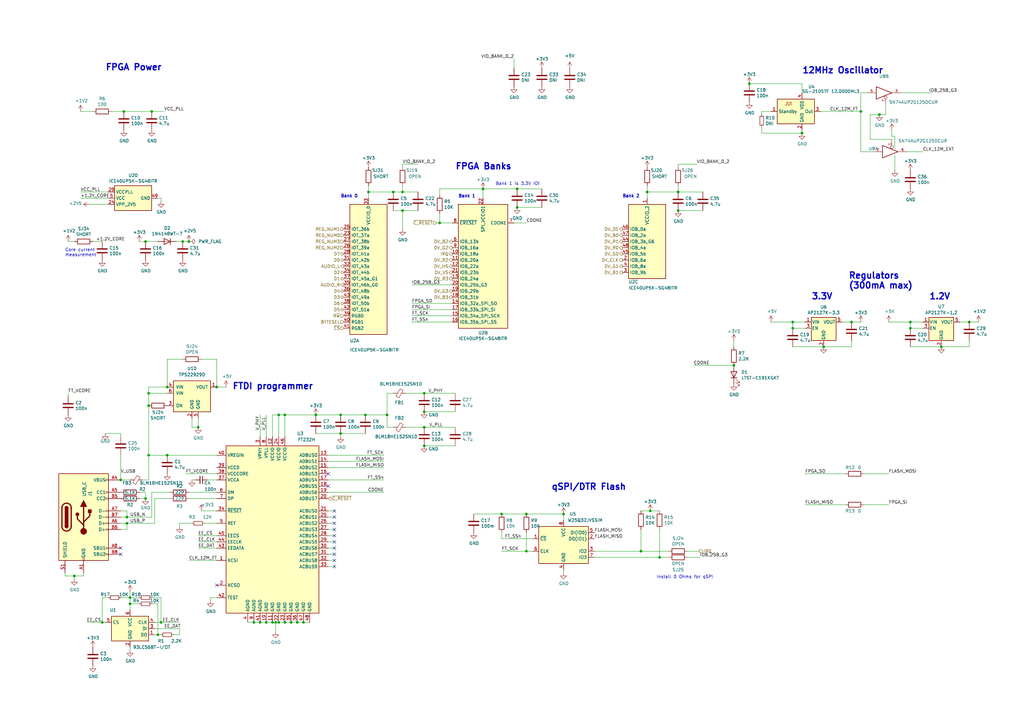
<source format=kicad_sch>
(kicad_sch (version 20230121) (generator eeschema)
  (paper "A3")
  (title_block (title "rosco_m68k Super Board") (date "2024-02-11") (rev "0") (company "The Really Old-School Company Limited & XarkLabs") (comment 1 "Copyright (c)2023") (comment 2 "CERN OHL & MIT License") (comment 3 "Featuring Xosera & MarkM's IDE"))
  (junction (at 262.89 226.06))
  (junction (at 173.99 161.29))
  (junction (at 68.58 158.75))
  (junction (at 212.09 77.47))
  (junction (at 129.54 170.18))
  (junction (at 49.53 196.85))
  (junction (at 52.07 212.09))
  (junction (at 373.38 132.08))
  (junction (at 53.34 245.11))
  (junction (at 270.51 228.6))
  (junction (at 113.03 255.27))
  (junction (at 265.43 78.74))
  (junction (at 266.7 209.55))
  (junction (at 231.14 210.82))
  (junction (at 116.84 255.27))
  (junction (at 173.99 182.88))
  (junction (at 119.38 255.27))
  (junction (at 165.1 78.74))
  (junction (at 116.84 170.18))
  (junction (at 60.96 186.69))
  (junction (at 139.7 177.8))
  (junction (at 109.22 255.27))
  (junction (at 158.75 170.18))
  (junction (at 59.69 204.47))
  (junction (at 114.3 170.18))
  (junction (at 60.96 161.29))
  (junction (at 104.14 255.27))
  (junction (at 198.12 77.47))
  (junction (at 59.69 99.06))
  (junction (at 41.91 255.27))
  (junction (at 173.99 168.91))
  (junction (at 62.23 45.72))
  (junction (at 215.9 210.82))
  (junction (at 60.96 166.37))
  (junction (at 325.12 134.62))
  (junction (at 215.9 226.06))
  (junction (at 124.46 255.27))
  (junction (at 349.25 132.08))
  (junction (at 53.34 247.65))
  (junction (at 337.82 142.24))
  (junction (at 328.93 54.61))
  (junction (at 50.8 45.72))
  (junction (at 114.3 255.27))
  (junction (at 300.99 149.86))
  (junction (at 360.68 46.99))
  (junction (at 106.68 255.27))
  (junction (at 139.7 170.18))
  (junction (at 173.99 175.26))
  (junction (at 278.13 86.36))
  (junction (at 68.58 186.69))
  (junction (at 278.13 78.74))
  (junction (at 81.28 175.26))
  (junction (at 373.38 134.62))
  (junction (at 121.92 255.27))
  (junction (at 386.08 142.24))
  (junction (at 151.13 78.74))
  (junction (at 212.09 85.09))
  (junction (at 64.77 260.35))
  (junction (at 88.9 158.75))
  (junction (at 205.74 210.82))
  (junction (at 325.12 132.08))
  (junction (at 77.47 99.06))
  (junction (at 66.04 255.27))
  (junction (at 52.07 214.63))
  (junction (at 149.86 170.18))
  (junction (at 353.06 45.72))
  (junction (at 74.93 99.06))
  (junction (at 161.29 78.74))
  (junction (at 307.34 34.29))
  (junction (at 30.48 236.22))
  (junction (at 180.34 91.44))
  (junction (at 165.1 86.36))
  (junction (at 111.76 255.27))
  (junction (at 397.51 132.08))
  (no_connect (at 49.53 224.79))
  (no_connect (at 137.16 219.71))
  (no_connect (at 134.62 199.39))
  (no_connect (at 137.16 214.63))
  (no_connect (at 137.16 212.09))
  (no_connect (at 88.9 240.03))
  (no_connect (at 134.62 194.31))
  (no_connect (at 137.16 222.25))
  (no_connect (at 137.16 224.79))
  (no_connect (at 137.16 209.55))
  (no_connect (at 49.53 227.33))
  (no_connect (at 137.16 232.41))
  (no_connect (at 137.16 229.87))
  (no_connect (at 137.16 227.33))
  (no_connect (at 137.16 217.17))
  (wire (pts (xy 81.28 222.25) (xy 88.9 222.25)))
  (wire (pts (xy 50.8 45.72) (xy 62.23 45.72)))
  (wire (pts (xy 82.55 209.55) (xy 88.9 209.55)))
  (wire (pts (xy 212.09 85.09) (xy 222.25 85.09)))
  (wire (pts (xy 288.29 78.74) (xy 278.13 78.74)))
  (wire (pts (xy 281.94 228.6) (xy 287.02 228.6)))
  (wire (pts (xy 349.25 142.24) (xy 349.25 139.7)))
  (wire (pts (xy 278.13 67.31) (xy 285.75 67.31)))
  (wire (pts (xy 27.94 99.06) (xy 30.48 99.06)))
  (wire (pts (xy 26.67 234.95) (xy 26.67 236.22)))
  (wire (pts (xy 72.39 99.06) (xy 74.93 99.06)))
  (wire (pts (xy 60.96 186.69) (xy 68.58 186.69)))
  (wire (pts (xy 88.9 214.63) (xy 83.82 214.63)))
  (wire (pts (xy 114.3 255.27) (xy 116.84 255.27)))
  (wire (pts (xy 325.12 142.24) (xy 337.82 142.24)))
  (wire (pts (xy 367.03 55.88) (xy 365.76 55.88)))
  (wire (pts (xy 116.84 170.18) (xy 129.54 170.18)))
  (wire (pts (xy 231.14 233.68) (xy 231.14 234.95)))
  (wire (pts (xy 367.03 60.96) (xy 367.03 55.88)))
  (wire (pts (xy 165.1 86.36) (xy 165.1 93.98)))
  (wire (pts (xy 78.74 171.45) (xy 78.74 175.26)))
  (wire (pts (xy 33.02 45.72) (xy 38.1 45.72)))
  (wire (pts (xy 262.89 226.06) (xy 274.32 226.06)))
  (wire (pts (xy 43.18 255.27) (xy 41.91 255.27)))
  (wire (pts (xy 78.74 214.63) (xy 73.66 214.63)))
  (wire (pts (xy 312.42 52.07) (xy 312.42 54.61)))
  (wire (pts (xy 354.33 207.01) (xy 364.49 207.01)))
  (wire (pts (xy 60.96 161.29) (xy 68.58 161.29)))
  (wire (pts (xy 262.89 226.06) (xy 262.89 217.17)))
  (wire (pts (xy 353.06 62.23) (xy 353.06 45.72)))
  (wire (pts (xy 356.87 57.15) (xy 356.87 46.99)))
  (wire (pts (xy 373.38 134.62) (xy 373.38 132.08)))
  (wire (pts (xy 215.9 226.06) (xy 218.44 226.06)))
  (wire (pts (xy 307.34 34.29) (xy 328.93 34.29)))
  (wire (pts (xy 77.47 204.47) (xy 88.9 204.47)))
  (wire (pts (xy 372.11 62.23) (xy 378.46 62.23)))
  (wire (pts (xy 373.38 142.24) (xy 386.08 142.24)))
  (wire (pts (xy 205.74 226.06) (xy 215.9 226.06)))
  (wire (pts (xy 265.43 78.74) (xy 278.13 78.74)))
  (wire (pts (xy 60.96 161.29) (xy 60.96 166.37)))
  (wire (pts (xy 165.1 67.31) (xy 171.45 67.31)))
  (wire (pts (xy 63.5 214.63) (xy 63.5 204.47)))
  (wire (pts (xy 266.7 209.55) (xy 270.51 209.55)))
  (wire (pts (xy 205.74 210.82) (xy 215.9 210.82)))
  (wire (pts (xy 74.93 99.06) (xy 77.47 99.06)))
  (wire (pts (xy 111.76 255.27) (xy 113.03 255.27)))
  (wire (pts (xy 210.82 91.44) (xy 215.9 91.44)))
  (wire (pts (xy 139.7 170.18) (xy 149.86 170.18)))
  (wire (pts (xy 360.68 46.99) (xy 363.22 46.99)))
  (wire (pts (xy 270.51 228.6) (xy 270.51 217.17)))
  (wire (pts (xy 356.87 46.99) (xy 360.68 46.99)))
  (wire (pts (xy 158.75 161.29) (xy 161.29 161.29)))
  (wire (pts (xy 63.5 260.35) (xy 64.77 260.35)))
  (wire (pts (xy 134.62 212.09) (xy 137.16 212.09)))
  (wire (pts (xy 78.74 196.85) (xy 80.01 196.85)))
  (wire (pts (xy 77.47 201.93) (xy 88.9 201.93)))
  (wire (pts (xy 185.42 132.08) (xy 168.91 132.08)))
  (wire (pts (xy 243.84 228.6) (xy 270.51 228.6)))
  (wire (pts (xy 78.74 175.26) (xy 81.28 175.26)))
  (wire (pts (xy 243.84 226.06) (xy 262.89 226.06)))
  (wire (pts (xy 134.62 196.85) (xy 157.48 196.85)))
  (wire (pts (xy 312.42 54.61) (xy 328.93 54.61)))
  (wire (pts (xy 262.89 209.55) (xy 266.7 209.55)))
  (wire (pts (xy 367.03 63.5) (xy 367.03 69.85)))
  (wire (pts (xy 281.94 226.06) (xy 287.02 226.06)))
  (wire (pts (xy 129.54 177.8) (xy 139.7 177.8)))
  (wire (pts (xy 49.53 177.8) (xy 49.53 179.07)))
  (wire (pts (xy 33.02 78.74) (xy 44.45 78.74)))
  (wire (pts (xy 134.62 189.23) (xy 157.48 189.23)))
  (wire (pts (xy 134.62 222.25) (xy 137.16 222.25)))
  (wire (pts (xy 49.53 196.85) (xy 53.34 196.85)))
  (wire (pts (xy 38.1 99.06) (xy 41.91 99.06)))
  (wire (pts (xy 59.69 99.06) (xy 64.77 99.06)))
  (wire (pts (xy 64.77 81.28) (xy 66.04 81.28)))
  (wire (pts (xy 166.37 175.26) (xy 173.99 175.26)))
  (wire (pts (xy 158.75 170.18) (xy 158.75 175.26)))
  (wire (pts (xy 222.25 77.47) (xy 212.09 77.47)))
  (wire (pts (xy 185.42 129.54) (xy 168.91 129.54)))
  (wire (pts (xy 60.96 161.29) (xy 60.96 158.75)))
  (wire (pts (xy 265.43 78.74) (xy 265.43 81.28)))
  (wire (pts (xy 60.96 196.85) (xy 60.96 186.69)))
  (wire (pts (xy 43.18 177.8) (xy 49.53 177.8)))
  (wire (pts (xy 27.94 162.56) (xy 27.94 161.29)))
  (wire (pts (xy 173.99 161.29) (xy 186.69 161.29)))
  (wire (pts (xy 63.5 257.81) (xy 73.66 257.81)))
  (wire (pts (xy 165.1 86.36) (xy 171.45 86.36)))
  (wire (pts (xy 66.04 245.11) (xy 66.04 255.27)))
  (wire (pts (xy 284.48 149.86) (xy 300.99 149.86)))
  (wire (pts (xy 316.23 132.08) (xy 325.12 132.08)))
  (wire (pts (xy 106.68 255.27) (xy 109.22 255.27)))
  (wire (pts (xy 300.99 142.24) (xy 300.99 139.7)))
  (wire (pts (xy 109.22 179.07) (xy 109.22 170.18)))
  (wire (pts (xy 158.75 161.29) (xy 158.75 170.18)))
  (wire (pts (xy 173.99 175.26) (xy 186.69 175.26)))
  (wire (pts (xy 113.03 259.08) (xy 113.03 255.27)))
  (wire (pts (xy 151.13 76.2) (xy 151.13 78.74)))
  (wire (pts (xy 66.04 255.27) (xy 73.66 255.27)))
  (wire (pts (xy 134.62 217.17) (xy 137.16 217.17)))
  (wire (pts (xy 330.2 207.01) (xy 346.71 207.01)))
  (wire (pts (xy 363.22 46.99) (xy 363.22 43.18)))
  (wire (pts (xy 58.42 196.85) (xy 60.96 196.85)))
  (wire (pts (xy 64.77 260.35) (xy 66.04 260.35)))
  (wire (pts (xy 393.7 132.08) (xy 397.51 132.08)))
  (wire (pts (xy 106.68 179.07) (xy 106.68 170.18)))
  (wire (pts (xy 134.62 232.41) (xy 137.16 232.41)))
  (wire (pts (xy 134.62 227.33) (xy 137.16 227.33)))
  (wire (pts (xy 57.15 245.11) (xy 53.34 245.11)))
  (wire (pts (xy 149.86 170.18) (xy 158.75 170.18)))
  (wire (pts (xy 53.34 247.65) (xy 53.34 250.19)))
  (wire (pts (xy 71.12 260.35) (xy 73.66 260.35)))
  (wire (pts (xy 205.74 220.98) (xy 218.44 220.98)))
  (wire (pts (xy 26.67 236.22) (xy 30.48 236.22)))
  (wire (pts (xy 328.93 53.34) (xy 328.93 54.61)))
  (wire (pts (xy 101.6 255.27) (xy 104.14 255.27)))
  (wire (pts (xy 180.34 87.63) (xy 180.34 91.44)))
  (wire (pts (xy 45.72 45.72) (xy 50.8 45.72)))
  (wire (pts (xy 63.5 255.27) (xy 66.04 255.27)))
  (wire (pts (xy 59.69 201.93) (xy 59.69 204.47)))
  (wire (pts (xy 52.07 209.55) (xy 52.07 212.09)))
  (wire (pts (xy 74.93 147.32) (xy 68.58 147.32)))
  (wire (pts (xy 52.07 214.63) (xy 63.5 214.63)))
  (wire (pts (xy 49.53 245.11) (xy 53.34 245.11)))
  (wire (pts (xy 68.58 147.32) (xy 68.58 158.75)))
  (wire (pts (xy 355.6 38.1) (xy 353.06 38.1)))
  (wire (pts (xy 328.93 34.29) (xy 328.93 38.1)))
  (wire (pts (xy 30.48 236.22) (xy 34.29 236.22)))
  (wire (pts (xy 41.91 245.11) (xy 41.91 255.27)))
  (wire (pts (xy 365.76 57.15) (xy 356.87 57.15)))
  (wire (pts (xy 386.08 142.24) (xy 397.51 142.24)))
  (wire (pts (xy 62.23 247.65) (xy 64.77 247.65)))
  (wire (pts (xy 337.82 142.24) (xy 349.25 142.24)))
  (wire (pts (xy 345.44 132.08) (xy 349.25 132.08)))
  (wire (pts (xy 151.13 78.74) (xy 161.29 78.74)))
  (wire (pts (xy 111.76 170.18) (xy 114.3 170.18)))
  (wire (pts (xy 278.13 68.58) (xy 278.13 67.31)))
  (wire (pts (xy 369.57 38.1) (xy 382.27 38.1)))
  (wire (pts (xy 44.45 245.11) (xy 41.91 245.11)))
  (wire (pts (xy 134.62 201.93) (xy 157.48 201.93)))
  (wire (pts (xy 60.96 166.37) (xy 60.96 186.69)))
  (wire (pts (xy 57.15 99.06) (xy 59.69 99.06)))
  (wire (pts (xy 85.09 196.85) (xy 88.9 196.85)))
  (wire (pts (xy 104.14 255.27) (xy 106.68 255.27)))
  (wire (pts (xy 134.62 186.69) (xy 157.48 186.69)))
  (wire (pts (xy 185.42 116.84) (xy 168.91 116.84)))
  (wire (pts (xy 52.07 212.09) (xy 62.23 212.09)))
  (wire (pts (xy 325.12 134.62) (xy 325.12 132.08)))
  (wire (pts (xy 81.28 219.71) (xy 88.9 219.71)))
  (wire (pts (xy 353.06 38.1) (xy 353.06 45.72)))
  (wire (pts (xy 30.48 236.22) (xy 30.48 237.49)))
  (wire (pts (xy 278.13 76.2) (xy 278.13 78.74)))
  (wire (pts (xy 373.38 134.62) (xy 378.46 134.62)))
  (wire (pts (xy 60.96 158.75) (xy 68.58 158.75)))
  (wire (pts (xy 116.84 255.27) (xy 119.38 255.27)))
  (wire (pts (xy 124.46 255.27) (xy 127 255.27)))
  (wire (pts (xy 325.12 132.08) (xy 330.2 132.08)))
  (wire (pts (xy 129.54 170.18) (xy 139.7 170.18)))
  (wire (pts (xy 33.02 81.28) (xy 44.45 81.28)))
  (wire (pts (xy 62.23 201.93) (xy 69.85 201.93)))
  (wire (pts (xy 210.82 24.13) (xy 210.82 27.94)))
  (wire (pts (xy 66.04 81.28) (xy 66.04 82.55)))
  (wire (pts (xy 364.49 132.08) (xy 373.38 132.08)))
  (wire (pts (xy 119.38 255.27) (xy 121.92 255.27)))
  (wire (pts (xy 36.83 83.82) (xy 44.45 83.82)))
  (wire (pts (xy 57.15 204.47) (xy 59.69 204.47)))
  (wire (pts (xy 76.2 194.31) (xy 88.9 194.31)))
  (wire (pts (xy 53.34 266.7) (xy 53.34 265.43)))
  (wire (pts (xy 165.1 78.74) (xy 171.45 78.74)))
  (wire (pts (xy 134.62 224.79) (xy 137.16 224.79)))
  (wire (pts (xy 270.51 228.6) (xy 274.32 228.6)))
  (wire (pts (xy 180.34 77.47) (xy 198.12 77.47)))
  (wire (pts (xy 111.76 179.07) (xy 111.76 170.18)))
  (wire (pts (xy 52.07 217.17) (xy 49.53 217.17)))
  (wire (pts (xy 113.03 255.27) (xy 114.3 255.27)))
  (wire (pts (xy 325.12 134.62) (xy 330.2 134.62)))
  (wire (pts (xy 205.74 218.44) (xy 205.74 220.98)))
  (wire (pts (xy 109.22 255.27) (xy 111.76 255.27)))
  (wire (pts (xy 134.62 214.63) (xy 137.16 214.63)))
  (wire (pts (xy 185.42 124.46) (xy 168.91 124.46)))
  (wire (pts (xy 62.23 212.09) (xy 62.23 201.93)))
  (wire (pts (xy 41.91 255.27) (xy 35.56 255.27)))
  (wire (pts (xy 194.31 210.82) (xy 205.74 210.82)))
  (wire (pts (xy 34.29 236.22) (xy 34.29 234.95)))
  (wire (pts (xy 116.84 179.07) (xy 116.84 170.18)))
  (wire (pts (xy 180.34 80.01) (xy 180.34 77.47)))
  (wire (pts (xy 134.62 229.87) (xy 137.16 229.87)))
  (wire (pts (xy 186.69 168.91) (xy 173.99 168.91)))
  (wire (pts (xy 52.07 212.09) (xy 49.53 212.09)))
  (wire (pts (xy 278.13 86.36) (xy 288.29 86.36)))
  (wire (pts (xy 62.23 245.11) (xy 66.04 245.11)))
  (wire (pts (xy 349.25 132.08) (xy 353.06 132.08)))
  (wire (pts (xy 114.3 170.18) (xy 116.84 170.18)))
  (wire (pts (xy 134.62 219.71) (xy 137.16 219.71)))
  (wire (pts (xy 312.42 45.72) (xy 312.42 46.99)))
  (wire (pts (xy 215.9 210.82) (xy 231.14 210.82)))
  (wire (pts (xy 73.66 214.63) (xy 73.66 215.9)))
  (wire (pts (xy 52.07 214.63) (xy 49.53 214.63)))
  (wire (pts (xy 81.28 224.79) (xy 88.9 224.79)))
  (wire (pts (xy 88.9 147.32) (xy 88.9 158.75)))
  (wire (pts (xy 57.15 201.93) (xy 59.69 201.93)))
  (wire (pts (xy 139.7 177.8) (xy 149.86 177.8)))
  (wire (pts (xy 82.55 147.32) (xy 88.9 147.32)))
  (wire (pts (xy 134.62 191.77) (xy 157.48 191.77)))
  (wire (pts (xy 180.34 91.44) (xy 185.42 91.44)))
  (wire (pts (xy 354.33 194.31) (xy 364.49 194.31)))
  (wire (pts (xy 166.37 161.29) (xy 173.99 161.29)))
  (wire (pts (xy 397.51 142.24) (xy 397.51 139.7)))
  (wire (pts (xy 231.14 210.82) (xy 231.14 213.36)))
  (wire (pts (xy 265.43 76.2) (xy 265.43 78.74)))
  (wire (pts (xy 121.92 255.27) (xy 124.46 255.27)))
  (wire (pts (xy 114.3 179.07) (xy 114.3 170.18)))
  (wire (pts (xy 86.36 246.38) (xy 86.36 245.11)))
  (wire (pts (xy 185.42 127) (xy 168.91 127)))
  (wire (pts (xy 358.14 62.23) (xy 353.06 62.23)))
  (wire (pts (xy 139.7 179.07) (xy 139.7 177.8)))
  (wire (pts (xy 165.1 68.58) (xy 165.1 67.31)))
  (wire (pts (xy 64.77 247.65) (xy 64.77 260.35)))
  (wire (pts (xy 179.07 91.44) (xy 180.34 91.44)))
  (wire (pts (xy 81.28 175.26) (xy 81.28 171.45)))
  (wire (pts (xy 336.55 45.72) (xy 353.06 45.72)))
  (wire (pts (xy 134.62 209.55) (xy 137.16 209.55)))
  (wire (pts (xy 77.47 229.87) (xy 88.9 229.87)))
  (wire (pts (xy 62.23 45.72) (xy 67.31 45.72)))
  (wire (pts (xy 373.38 132.08) (xy 378.46 132.08)))
  (wire (pts (xy 88.9 158.75) (xy 92.71 158.75)))
  (wire (pts (xy 215.9 218.44) (xy 215.9 226.06)))
  (wire (pts (xy 73.66 260.35) (xy 73.66 257.81)))
  (wire (pts (xy 86.36 245.11) (xy 88.9 245.11)))
  (wire (pts (xy 52.07 214.63) (xy 52.07 217.17)))
  (wire (pts (xy 397.51 132.08) (xy 401.32 132.08)))
  (wire (pts (xy 63.5 204.47) (xy 69.85 204.47)))
  (wire (pts (xy 198.12 77.47) (xy 212.09 77.47)))
  (wire (pts (xy 57.15 247.65) (xy 53.34 247.65)))
  (wire (pts (xy 186.69 182.88) (xy 173.99 182.88)))
  (wire (pts (xy 158.75 175.26) (xy 161.29 175.26)))
  (wire (pts (xy 365.76 55.88) (xy 365.76 53.34)))
  (wire (pts (xy 330.2 194.31) (xy 346.71 194.31)))
  (wire (pts (xy 49.53 209.55) (xy 52.07 209.55)))
  (wire (pts (xy 312.42 45.72) (xy 316.23 45.72)))
  (wire (pts (xy 198.12 77.47) (xy 198.12 81.28)))
  (wire (pts (xy 161.29 86.36) (xy 165.1 86.36)))
  (wire (pts (xy 161.29 78.74) (xy 165.1 78.74)))
  (wire (pts (xy 53.34 245.11) (xy 53.34 247.65)))
  (wire (pts (xy 53.34 245.11) (xy 53.34 242.57)))
  (wire (pts (xy 165.1 76.2) (xy 165.1 78.74)))
  (wire (pts (xy 49.53 186.69) (xy 49.53 196.85)))
  (wire (pts (xy 151.13 78.74) (xy 151.13 81.28)))
  (wire (pts (xy 68.58 186.69) (xy 88.9 186.69)))
  (text "Regulators\n(300mA max)" (at 347.98 118.745 0) (effects (font (size 2.54 2.54) (thickness 0.508) bold) (justify left bottom)))
  (text "FPGA Power" (at 43.18 29.21 0) (effects (font (size 2.54 2.54) (thickness 0.508) bold) (justify left bottom)))
  (text "Bank 1" (at 187.96 81.28 0) (effects (font (size 1.27 1.27) (thickness 0.254) bold) (justify left bottom)))
  (text "Bank 1 is 3.3V IO!" (at 203.2 76.2 0) (effects (font (size 1.27 1.27)) (justify left bottom)))
  (text "Bank 0" (at 139.7 81.28 0) (effects (font (size 1.27 1.27) (thickness 0.254) bold) (justify left bottom)))
  (text "Bank 2" (at 255.27 81.28 0) (effects (font (size 1.27 1.27) (thickness 0.254) bold) (justify left bottom)))
  (text "FPGA Banks" (at 186.69 69.85 0) (effects (font (size 2.54 2.54) (thickness 0.508) bold) (justify left bottom)))
  (text "qSPI/DTR Flash" (at 226.06 201.295 0) (effects (font (size 2.54 2.54) (thickness 0.508) bold) (justify left bottom)))
  (text "FTDI programmer" (at 95.25 160.02 0) (effects (font (size 2.54 2.54) (thickness 0.508) bold) (justify left bottom)))
  (text "3.3V" (at 332.74 123.19 0) (effects (font (size 2.54 2.54) (thickness 0.508) bold) (justify left bottom)))
  (text "Install 0 Ohms for qSPI" (at 269.24 237.49 0) (effects (font (size 1.27 1.27)) (justify left bottom)))
  (text "12MHz Oscillator" (at 328.93 30.48 0) (effects (font (size 2.54 2.54) (thickness 0.508) bold) (justify left bottom)))
  (text "1.2V" (at 381 123.19 0) (effects (font (size 2.54 2.54) (thickness 0.508) bold) (justify left bottom)))
  (text "Core current \nmeasurement" (at 26.67 105.41 0) (effects (font (size 1.27 1.27)) (justify left bottom)))
  (label "FPGA_SO" (at 168.91 124.46 0))
  (label "VIO_BANK_0_2" (at 165.1 67.31 0))
  (label "CDONE" (at 215.9 91.44 0))
  (label "FT_SCK" (at 205.74 226.06 0))
  (label "USB_N" (at 53.34 212.09 0))
  (label "CLK_12M_FT" (at 340.36 45.72 0))
  (label "+1.2V_CORE" (at 39.37 99.06 0))
  (label "FT_VCORE" (at 76.2 194.31 0))
  (label "VCC_PLL" (at 67.31 45.72 0))
  (label "FT_VCORE" (at 27.94 161.29 0))
  (label "CLK_12M_EXT" (at 378.46 62.23 0))
  (label "CDONE" (at 284.48 149.86 0))
  (label "V_PHY" (at 106.68 176.53 90))
  (label "VIO_BANK_0_2" (at 285.75 67.31 0))
  (label "FLASH_MOSI" (at 157.48 189.23 180))
  (label "VIO_BANK_0_2" (at 210.82 24.13 180))
  (label "FLASH_MISO" (at 157.48 191.77 180))
  (label "EE_DAT" (at 67.31 257.81 0))
  (label "FT_SSn" (at 157.48 196.85 180))
  (label "EE_CS" (at 35.56 255.27 0))
  (label "CLK_12M_FT" (at 77.47 229.87 0))
  (label "FT_SSn" (at 168.91 132.08 0))
  (label "EE_DAT" (at 81.28 224.79 0))
  (label "FLASH_MISO" (at 243.84 220.98 0))
  (label "FT_SSn" (at 207.01 220.98 0))
  (label "USB_P" (at 53.34 214.63 0))
  (label "FPGA_SI" (at 168.91 127 0))
  (label "VCC_PLL" (at 33.02 78.74 0))
  (label "EE_CLK" (at 73.66 255.27 180))
  (label "FPGA_SO" (at 330.2 194.31 0))
  (label "IOB_25B_G3" (at 287.02 228.6 0))
  (label "V_PLL" (at 181.61 175.26 180))
  (label "FLASH_MOSI" (at 364.49 194.31 0))
  (label "V_PHY" (at 181.61 161.29 180))
  (label "EE_CLK" (at 81.28 222.25 0))
  (label "FT_SCK" (at 168.91 129.54 0))
  (label "V_USB" (at 49.53 194.31 0))
  (label "FPGA_SI" (at 364.49 207.01 0))
  (label "+1.2V_CORE" (at 33.02 81.28 0))
  (label "CDONE" (at 157.48 201.93 180))
  (label "IOB_25B_G3" (at 168.91 116.84 0))
  (label "EE_CS" (at 81.28 219.71 0))
  (label "V_PLL" (at 109.22 176.53 90))
  (label "FLASH_MOSI" (at 243.84 218.44 0))
  (label "FT_SCK" (at 157.48 186.69 180))
  (label "FLASH_MISO" (at 330.2 207.01 0))
  (label "IOB_25B_G3" (at 381 38.1 0))
  (hierarchical_label "DV_B0" (shape output) (at 255.27 96.52 180))
  (hierarchical_label "DV_CLK" (shape output) (at 255.27 106.68 180))
  (hierarchical_label "AUDIO_R" (shape output) (at 140.97 116.84 180))
  (hierarchical_label "D2" (shape bidirectional) (at 140.97 111.76 180))
  (hierarchical_label "DV_G3" (shape output) (at 185.42 119.38 180))
  (hierarchical_label "DV_B3" (shape output) (at 185.42 121.92 180))
  (hierarchical_label "DV_HS" (shape output) (at 185.42 109.22 180))
  (hierarchical_label "AUDIO_L" (shape output) (at 140.97 109.22 180))
  (hierarchical_label "~{C_RESET}" (shape input) (at 134.62 204.47 0))
  (hierarchical_label "IRQ" (shape output) (at 185.42 104.14 180))
  (hierarchical_label "IRQ" (shape output) (at 287.02 226.06 0))
  (hierarchical_label "R~{W}" (shape input) (at 140.97 129.54 180))
  (hierarchical_label "~{CS}" (shape input) (at 140.97 134.62 180))
  (hierarchical_label "DV_B2" (shape output) (at 185.42 99.06 180))
  (hierarchical_label "DV_R3" (shape output) (at 185.42 114.3 180))
  (hierarchical_label "DV_G1" (shape output) (at 255.27 109.22 180))
  (hierarchical_label "REG_NUM3" (shape input) (at 140.97 99.06 180))
  (hierarchical_label "~{C_RESET}" (shape input) (at 179.07 91.44 180))
  (hierarchical_label "D7" (shape bidirectional) (at 140.97 104.14 180))
  (hierarchical_label "D3" (shape bidirectional) (at 140.97 121.92 180))
  (hierarchical_label "D0" (shape bidirectional) (at 140.97 106.68 180))
  (hierarchical_label "DV_G0" (shape output) (at 255.27 104.14 180))
  (hierarchical_label "DV_R2" (shape output) (at 185.42 106.68 180))
  (hierarchical_label "DV_R1" (shape output) (at 255.27 99.06 180))
  (hierarchical_label "BYTESEL" (shape input) (at 140.97 132.08 180))
  (hierarchical_label "REG_NUM1" (shape input) (at 140.97 93.98 180))
  (hierarchical_label "D5" (shape bidirectional) (at 140.97 127 180))
  (hierarchical_label "DV_R0" (shape output) (at 255.27 101.6 180))
  (hierarchical_label "DV_DE" (shape output) (at 255.27 93.98 180))
  (hierarchical_label "DV_B1" (shape output) (at 255.27 111.76 180))
  (hierarchical_label "DV_VS" (shape output) (at 185.42 111.76 180))
  (hierarchical_label "REG_NUM0" (shape input) (at 140.97 96.52 180))
  (hierarchical_label "D1" (shape bidirectional) (at 140.97 114.3 180))
  (hierarchical_label "REG_NUM2" (shape input) (at 140.97 101.6 180))
  (hierarchical_label "DV_G2" (shape output) (at 185.42 101.6 180))
  (hierarchical_label "D6" (shape bidirectional) (at 140.97 124.46 180))
  (hierarchical_label "D4" (shape bidirectional) (at 140.97 119.38 180))
  (symbol (lib_id "power:GND") (at 74.93 106.68 0) (unit 1)
    (property "Reference" "#PWR052" (effects hide))
    (property "Value" "GND" (at 75.057 111.0742 0))
    (instances (project "UPduino_v3.0" (path "" (reference "#PWR052") (unit 1))) (project "Xosera2" (path "" (reference "#PWR022") (unit 1))))
  )
  (symbol (lib_id "Device:R_Small") (at 59.69 245.11 270) (unit 1)
    (property "Reference" "R18" (at 55.88 243.84 90))
    (property "Value" "10K" (at 63.5 243.84 90))
    (property "Footprint" "Resistor_SMD:R_0603_1608Metric" (effects hide))
    (instances (project "UPduino_v3.0" (path "" (reference "R18") (unit 1))) (project "Xosera2" (path "" (reference "R3") (unit 1))))
  )
  (symbol (lib_id "Device:R") (at 350.52 194.31 90) (unit 1)
    (property "Reference" "R12" (at 346.71 191.77 90) (effects (justify right)))
    (property "Value" "0" (at 351.79 191.77 90) (effects (justify right)))
    (property "Footprint" "Resistor_SMD:R_0603_1608Metric" (effects hide))
    (instances (project "UPduino_v3.0" (path "" (reference "R12") (unit 1))) (project "Xosera2" (path "" (reference "R14") (unit 1))))
  )
  (symbol (lib_id "Regulator_Linear:AP2127K-3.3") (at 337.82 134.62 0) (unit 1)
    (property "Reference" "U6" (at 337.82 125.9332 0))
    (property "Value" "AP2127K-3.3" (at 337.82 128.2446 0))
    (property "Footprint" "Package_TO_SOT_SMD:SOT-23-5" (effects hide))
    (property "Datasheet" "https://www.diodes.com/assets/Datasheets/AP2127.pdf" (effects hide))
    (instances (project "UPduino_v3.0" (path "" (reference "U6") (unit 1))) (project "Xosera2" (path "" (reference "IC4") (unit 1))))
  )
  (symbol (lib_id "Device:C") (at 233.68 31.75 0) (unit 1)
    (property "Reference" "C34" (at 236.601 30.5816 0) (effects (justify left)))
    (property "Value" "DNI" (at 236.601 32.893 0) (effects (justify left)))
    (property "Footprint" "Capacitor_SMD:C_0603_1608Metric" (effects hide))
    (instances (project "UPduino_v3.0" (path "" (reference "C34") (unit 1))) (project "Xosera2" (path "" (reference "C25") (unit 1))))
  )
  (symbol (lib_id "power:+5V") (at 316.23 132.08 0) (unit 1)
    (property "Reference" "#PWR064" (effects hide))
    (property "Value" "+5VD" (at 316.611 127.6858 0))
    (instances (project "UPduino_v3.0" (path "" (reference "#PWR064") (unit 1))) (project "Xosera2" (path "" (reference "#PWR050") (unit 1))))
  )
  (symbol (lib_id "Device:R_Small") (at 312.42 49.53 180) (unit 1)
    (property "Reference" "R10" (at 313.9186 48.3616 0) (effects (justify right)))
    (property "Value" "DNI" (at 313.9186 50.673 0) (effects (justify right)))
    (property "Footprint" "Resistor_SMD:R_0603_1608Metric" (effects hide))
    (instances (project "UPduino_v3.0" (path "" (reference "R10") (unit 1))) (project "Xosera2" (path "" (reference "R13") (unit 1))))
  )
  (symbol (lib_id "Device:C") (at 149.86 173.99 0) (unit 1)
    (property "Reference" "C9" (at 152.781 172.8216 0) (effects (justify left)))
    (property "Value" "100n" (at 152.781 175.133 0) (effects (justify left)))
    (property "Footprint" "Capacitor_SMD:C_0402_1005Metric" (effects hide))
    (instances (project "UPduino_v3.0" (path "" (reference "C9") (unit 1))) (project "Xosera2" (path "" (reference "C13") (unit 1))))
  )
  (symbol (lib_id "power:GND") (at 194.31 218.44 0) (unit 1)
    (property "Reference" "#PWR038" (effects hide))
    (property "Value" "GND" (at 194.437 222.8342 0))
    (instances (project "UPduino_v3.0" (path "" (reference "#PWR038") (unit 1))) (project "Xosera2" (path "" (reference "#PWR033") (unit 1))))
  )
  (symbol (lib_id "Interface_USB:FT232H") (at 111.76 217.17 0) (unit 1)
    (property "Reference" "U3" (at 123.19 177.8 0))
    (property "Value" "FT232H" (at 125.73 180.34 0))
    (property "Footprint" "Package_DFN_QFN:QFN-48-1EP_8x8mm_P0.5mm_EP6.2x6.2mm" (effects hide))
    (property "Datasheet" "https://www.ftdichip.com/Support/Documents/DataSheets/ICs/DS_FT232H.pdf" (effects hide))
    (instances (project "UPduino_v3.0" (path "" (reference "U3") (unit 1))) (project "Xosera2" (path "" (reference "IC3") (unit 1))))
  )
  (symbol (lib_id "Device:C") (at 129.54 173.99 0) (unit 1)
    (property "Reference" "C7" (at 132.461 172.8216 0) (effects (justify left)))
    (property "Value" "100n" (at 132.461 175.133 0) (effects (justify left)))
    (property "Footprint" "Capacitor_SMD:C_0402_1005Metric" (effects hide))
    (instances (project "UPduino_v3.0" (path "" (reference "C7") (unit 1))) (project "Xosera2" (path "" (reference "C11") (unit 1))))
  )
  (symbol (lib_id "Device:R") (at 165.1 72.39 0) (unit 1)
    (property "Reference" "SJ19" (at 168.91 69.85 0))
    (property "Value" "OPEN" (at 170.18 72.39 0))
    (property "Footprint" "Jumper:SolderJumper-2_P1.3mm_Open_RoundedPad1.0x1.5mm" (effects hide))
    (instances (project "UPduino_v3.0" (path "" (reference "SJ19") (unit 1))) (project "Xosera2" (path "" (reference "SJ5") (unit 1))))
  )
  (symbol (lib_id "power:GND") (at 30.48 237.49 0) (unit 1)
    (property "Reference" "#PWR01" (effects hide))
    (property "Value" "GND" (at 30.607 241.8842 0))
    (instances (project "UPduino_v3.0" (path "" (reference "#PWR01") (unit 1))) (project "Xosera2" (path "" (reference "#PWR04") (unit 1))))
  )
  (symbol (lib_id "Device:FerriteBead_Small") (at 163.83 161.29 270) (unit 1)
    (property "Reference" "FB1" (at 163.83 165.1 90))
    (property "Value" "BLM18HE152SN1D" (at 164.465 157.48 90))
    (property "Footprint" "Inductor_SMD:L_0603_1608Metric" (effects hide))
    (instances (project "UPduino_v3.0" (path "" (reference "FB1") (unit 1))) (project "Xosera2" (path "" (reference "FB2") (unit 1))))
  )
  (symbol (lib_id "Device:R") (at 265.43 72.39 0) (unit 1)
    (property "Reference" "SJ20" (at 269.24 69.85 0))
    (property "Value" "SHORT" (at 270.51 72.39 0))
    (property "Footprint" "Jumper:SolderJumper-2_P1.3mm_Bridged2Bar_RoundedPad1.0x1.5mm" (effects hide))
    (instances (project "UPduino_v3.0" (path "" (reference "SJ20") (unit 1))) (project "Xosera2" (path "" (reference "SJ6") (unit 1))))
  )
  (symbol (lib_id "Device:C") (at 49.53 182.88 0) (unit 1)
    (property "Reference" "C25" (at 52.451 181.7116 0) (effects (justify left)))
    (property "Value" "100n" (at 52.451 184.023 0) (effects (justify left)))
    (property "Footprint" "Capacitor_SMD:C_0402_1005Metric" (effects hide))
    (instances (project "UPduino_v3.0" (path "" (reference "C25") (unit 1))) (project "Xosera2" (path "" (reference "C2") (unit 1))))
  )
  (symbol (lib_id "power:GND") (at 53.34 266.7 0) (unit 1)
    (property "Reference" "#PWR03" (effects hide))
    (property "Value" "GND" (at 53.467 271.0942 0))
    (instances (project "UPduino_v3.0" (path "" (reference "#PWR03") (unit 1))) (project "Xosera2" (path "" (reference "#PWR09") (unit 1))))
  )
  (symbol (lib_id "power:GND") (at 328.93 54.61 0) (unit 1)
    (property "Reference" "#PWR046" (effects hide))
    (property "Value" "GND" (at 329.057 59.0042 0))
    (instances (project "UPduino_v3.0" (path "" (reference "#PWR046") (unit 1))) (project "Xosera2" (path "" (reference "#PWR051") (unit 1))))
  )
  (symbol (lib_id "Device:R") (at 262.89 213.36 180) (unit 1)
    (property "Reference" "R14" (at 264.668 212.1916 0) (effects (justify right)))
    (property "Value" "10K" (at 264.668 214.503 0) (effects (justify right)))
    (property "Footprint" "Resistor_SMD:R_0603_1608Metric" (effects hide))
    (instances (project "UPduino_v3.0" (path "" (reference "R14") (unit 1))) (project "Xosera2" (path "" (reference "R10") (unit 1))))
  )
  (symbol (lib_id "Device:C") (at 171.45 82.55 0) (unit 1)
    (property "Reference" "C22" (at 174.371 81.3816 0) (effects (justify left)))
    (property "Value" "4.7u" (at 174.371 83.693 0) (effects (justify left)))
    (property "Footprint" "Capacitor_SMD:C_0603_1608Metric" (effects hide))
    (instances (project "UPduino_v3.0" (path "" (reference "C22") (unit 1))) (project "Xosera2" (path "" (reference "C17") (unit 1))))
  )
  (symbol (lib_id "Device:C") (at 27.94 166.37 0) (unit 1)
    (property "Reference" "C2" (at 30.861 165.2016 0) (effects (justify left)))
    (property "Value" "100n" (at 30.861 167.513 0) (effects (justify left)))
    (property "Footprint" "Capacitor_SMD:C_0402_1005Metric" (effects hide))
    (instances (project "UPduino_v3.0" (path "" (reference "C2") (unit 1))) (project "Xosera2" (path "" (reference "C6") (unit 1))))
  )
  (symbol (lib_id "Device:LED") (at 300.99 153.67 90) (unit 1)
    (property "Reference" "D1" (at 303.9872 152.6794 90) (effects (justify right)))
    (property "Value" "LTST-C191KGKT" (at 303.9872 154.9908 90) (effects (justify right)))
    (property "Footprint" "LED_SMD:LED_0603_1608Metric" (effects hide))
    (instances (project "UPduino_v3.0" (path "" (reference "D1") (unit 1))) (project "Xosera2" (path "" (reference "D2") (unit 1))))
  )
  (symbol (lib_id "Device:R_Small") (at 59.69 247.65 270) (unit 1)
    (property "Reference" "R4" (at 55.88 246.38 90))
    (property "Value" "10K" (at 63.5 246.38 90))
    (property "Footprint" "Resistor_SMD:R_0603_1608Metric" (effects hide))
  )
  (symbol (lib_id "Power_Management:TPS22929D") (at 78.74 163.83 0) (unit 1)
    (property "Reference" "U10" (at 78.74 151.13 0))
    (property "Value" "TPS22929D" (at 78.74 153.67 0))
    (property "Footprint" "Package_TO_SOT_SMD:SOT-23-6" (effects hide))
    (property "Datasheet" "http://www.ti.com/lit/ds/symlink/tps22929d.pdf" (effects hide))
  )
  (symbol (lib_id "power:+3V3") (at 198.12 77.47 0) (unit 1)
    (property "Reference" "#PWR020" (effects hide))
    (property "Value" "+3V3" (at 198.12 73.66 0))
    (instances (project "rosco_m68k" (path "" (reference "#PWR020") (unit 1))) (project "Xosera2" (path "" (reference "#PWR097") (unit 1)) (path "" (reference "#PWR034") (unit 1))))
  )
  (symbol (lib_id "Device:R") (at 53.34 201.93 90) (unit 1) (in_bom no)
    (property "Reference" "R2" (at 58.42 200.66 90))
    (property "Value" "5.1K" (at 53.34 201.93 90))
    (property "Footprint" "Resistor_SMD:R_0805_2012Metric_Pad1.20x1.40mm_HandSolder" (effects hide))
    (instances (project "rosco_m68k_keyboard-4" (path "" (reference "R2") (unit 1))) (project "rosco_m68k_keyboard-2" (path "" (reference "R8") (unit 1))) (project "Xosera2" (path "" (reference "R34") (unit 1))))
  )
  (symbol (lib_id "power:+3V3") (at 53.34 242.57 0) (unit 1)
    (property "Reference" "#PWR020" (effects hide))
    (property "Value" "+3V3" (at 53.34 238.76 0))
    (instances (project "rosco_m68k" (path "" (reference "#PWR020") (unit 1))) (project "Xosera2" (path "" (reference "#PWR097") (unit 1)) (path "" (reference "#PWR08") (unit 1))))
  )
  (symbol (lib_id "Device:R") (at 73.66 204.47 270) (unit 1) (in_bom no)
    (property "Reference" "R3" (at 73.66 207.645 90))
    (property "Value" "22R" (at 73.66 204.47 90))
    (property "Footprint" "Resistor_SMD:R_0805_2012Metric_Pad1.20x1.40mm_HandSolder" (effects hide))
    (instances (project "rosco_m68k_keyboard-4" (path "" (reference "R3") (unit 1))) (project "rosco_m68k_keyboard-2" (path "" (reference "R13") (unit 1))) (project "Xosera2" (path "" (reference "R37") (unit 1))))
  )
  (symbol (lib_id "power:GND") (at 73.66 215.9 0) (unit 1)
    (property "Reference" "#PWR07" (effects hide))
    (property "Value" "GND" (at 73.787 220.2942 0))
    (instances (project "UPduino_v3.0" (path "" (reference "#PWR07") (unit 1))) (project "Xosera2" (path "" (reference "#PWR018") (unit 1))))
  )
  (symbol (lib_id "power:+3V3") (at 38.1 265.43 0) (unit 1)
    (property "Reference" "#PWR020" (effects hide))
    (property "Value" "+3V3" (at 38.1 261.62 0))
    (instances (project "rosco_m68k" (path "" (reference "#PWR020") (unit 1))) (project "Xosera2" (path "" (reference "#PWR097") (unit 1)) (path "" (reference "#PWR01") (unit 1))))
  )
  (symbol (lib_id "power:GND") (at 210.82 35.56 0) (unit 1)
    (property "Reference" "#PWR058" (effects hide))
    (property "Value" "GND" (at 210.947 39.9542 0))
    (instances (project "UPduino_v3.0" (path "" (reference "#PWR058") (unit 1))) (project "Xosera2" (path "" (reference "#PWR035") (unit 1))))
  )
  (symbol (lib_id "power:+3V3") (at 300.99 139.7 0) (unit 1)
    (property "Reference" "#PWR020" (effects hide))
    (property "Value" "+3V3" (at 300.99 135.89 0))
    (instances (project "rosco_m68k" (path "" (reference "#PWR020") (unit 1))) (project "Xosera2" (path "" (reference "#PWR097") (unit 1)) (path "" (reference "#PWR046") (unit 1))))
  )
  (symbol (lib_id "power:GND") (at 68.58 194.31 0) (unit 1)
    (property "Reference" "#PWR04" (effects hide))
    (property "Value" "GND" (effects hide))
    (instances (project "UPduino_v3.0" (path "" (reference "#PWR04") (unit 1))) (project "Xosera2" (path "" (reference "#PWR014") (unit 1))))
  )
  (symbol (lib_id "power:GND") (at 62.23 53.34 0) (unit 1)
    (property "Reference" "#PWR027" (effects hide))
    (property "Value" "GND" (at 62.357 57.7342 0))
    (instances (project "UPduino_v3.0" (path "" (reference "#PWR027") (unit 1))) (project "Xosera2" (path "" (reference "#PWR017") (unit 1))))
  )
  (symbol (lib_id "Diode:1N4148W") (at 68.58 99.06 0) (mirror y) (unit 1)
    (property "Reference" "D2" (at 68.58 93.5482 0))
    (property "Value" "1N4148WT-7" (at 68.58 95.8596 0))
    (property "Footprint" "Diode_SMD:D_SOD-523" (effects hide))
    (property "Datasheet" "https://www.vishay.com/docs/85748/1n4148w.pdf" (effects hide))
    (property "Sim.Device" "D" (effects hide))
    (property "Sim.Pins" "1=K 2=A" (effects hide))
    (instances (project "UPduino_v3.0" (path "" (reference "D2") (unit 1))) (project "Xosera2" (path "" (reference "D1") (unit 1))))
  )
  (symbol (lib_id "power:GND") (at 173.99 168.91 0) (unit 1)
    (property "Reference" "#PWR028" (effects hide))
    (property "Value" "GND" (at 177.8 170.18 0))
    (instances (project "UPduino_v3.0" (path "" (reference "#PWR028") (unit 1))) (project "Xosera2" (path "" (reference "#PWR029") (unit 1))))
  )
  (symbol (lib_id "power:GND") (at 300.99 157.48 0) (unit 1)
    (property "Reference" "#PWR033" (effects hide))
    (property "Value" "GND" (at 301.117 161.8742 0))
    (instances (project "UPduino_v3.0" (path "" (reference "#PWR033") (unit 1))) (project "Xosera2" (path "" (reference "#PWR047") (unit 1))))
  )
  (symbol (lib_id "Device:R") (at 53.34 204.47 90) (unit 1) (in_bom no)
    (property "Reference" "R2" (at 53.34 207.01 90))
    (property "Value" "5.1K" (at 53.34 204.47 90))
    (property "Footprint" "Resistor_SMD:R_0805_2012Metric_Pad1.20x1.40mm_HandSolder" (effects hide))
    (instances (project "rosco_m68k_keyboard-4" (path "" (reference "R2") (unit 1))) (project "rosco_m68k_keyboard-2" (path "" (reference "R9") (unit 1))) (project "Xosera2" (path "" (reference "R35") (unit 1))))
  )
  (symbol (lib_id "Device:C") (at 68.58 190.5 0) (unit 1)
    (property "Reference" "C1" (at 71.501 189.3316 0) (effects (justify left)))
    (property "Value" "4.7u" (at 71.501 191.643 0) (effects (justify left)))
    (property "Footprint" "Capacitor_SMD:C_0603_1608Metric" (effects hide))
    (instances (project "UPduino_v3.0" (path "" (reference "C1") (unit 1))) (project "Xosera2" (path "" (reference "C5") (unit 1))))
  )
  (symbol (lib_id "power:GND") (at 222.25 35.56 0) (unit 1)
    (property "Reference" "#PWR061" (effects hide))
    (property "Value" "GND" (at 222.377 39.9542 0))
    (instances (project "UPduino_v3.0" (path "" (reference "#PWR061") (unit 1))) (project "Xosera2" (path "" (reference "#PWR038") (unit 1))))
  )
  (symbol (lib_id "power:PWR_FLAG") (at 77.47 99.06 270) (unit 1)
    (property "Reference" "#FLG04" (effects hide))
    (property "Value" "PWR_FLAG" (at 81.28 99.06 90) (effects (justify left)))
  )
  (symbol (lib_id "power:GND") (at 81.28 175.26 0) (unit 1)
    (property "Reference" "#PWR06" (effects hide))
    (property "Value" "GND" (at 81.407 179.6542 0))
    (instances (project "UPduino_v3.0" (path "" (reference "#PWR06") (unit 1))) (project "Xosera2" (path "" (reference "#PWR058") (unit 1))))
  )
  (symbol (lib_id "Device:C") (at 210.82 31.75 0) (unit 1)
    (property "Reference" "C23" (at 213.741 30.5816 0) (effects (justify left)))
    (property "Value" "DNI" (at 213.741 32.893 0) (effects (justify left)))
    (property "Footprint" "Capacitor_SMD:C_0603_1608Metric" (effects hide))
    (instances (project "UPduino_v3.0" (path "" (reference "C23") (unit 1))) (project "Xosera2" (path "" (reference "C21") (unit 1))))
  )
  (symbol (lib_id "power:GND") (at 367.03 69.85 0) (unit 1)
    (property "Reference" "#PWR050" (effects hide))
    (property "Value" "GND" (at 367.157 74.2442 0))
    (instances (project "UPduino_v3.0" (path "" (reference "#PWR050") (unit 1))) (project "Xosera2" (path "" (reference "#PWR057") (unit 1))))
  )
  (symbol (lib_id "Device:R") (at 151.13 72.39 0) (unit 1)
    (property "Reference" "SJ31" (at 154.94 69.85 0))
    (property "Value" "SHORT" (at 156.21 72.39 0))
    (property "Footprint" "Jumper:SolderJumper-2_P1.3mm_Bridged2Bar_RoundedPad1.0x1.5mm" (effects hide))
    (instances (project "UPduino_v3.0" (path "" (reference "SJ31") (unit 1))) (project "Xosera2" (path "" (reference "SJ4") (unit 1))))
  )
  (symbol (lib_id "power:GND") (at 59.69 106.68 0) (unit 1)
    (property "Reference" "#PWR036" (effects hide))
    (property "Value" "GND" (at 59.817 111.0742 0))
    (instances (project "UPduino_v3.0" (path "" (reference "#PWR036") (unit 1))) (project "Xosera2" (path "" (reference "#PWR016") (unit 1))))
  )
  (symbol (lib_id "power:+3V3") (at 266.7 209.55 0) (unit 1)
    (property "Reference" "#PWR020" (effects hide))
    (property "Value" "+3V3" (at 266.7 205.74 0))
    (instances (project "rosco_m68k" (path "" (reference "#PWR020") (unit 1))) (project "Xosera2" (path "" (reference "#PWR097") (unit 1)) (path "" (reference "#PWR044") (unit 1))))
  )
  (symbol (lib_id "Device:C") (at 373.38 138.43 0) (unit 1)
    (property "Reference" "C20" (at 376.301 137.2616 0) (effects (justify left)))
    (property "Value" "4.7u" (at 376.301 139.573 0) (effects (justify left)))
    (property "Footprint" "Capacitor_SMD:C_0603_1608Metric" (effects hide))
    (instances (project "UPduino_v3.0" (path "" (reference "C20") (unit 1))) (project "Xosera2" (path "" (reference "C32") (unit 1))))
  )
  (symbol (lib_id "Device:FerriteBead_Small") (at 163.83 175.26 270) (unit 1)
    (property "Reference" "FB2" (at 163.83 171.45 90))
    (property "Value" "BLM18HE152SN1D" (at 162.56 179.07 90))
    (property "Footprint" "Inductor_SMD:L_0603_1608Metric" (effects hide))
    (instances (project "UPduino_v3.0" (path "" (reference "FB2") (unit 1))) (project "Xosera2" (path "" (reference "FB3") (unit 1))))
  )
  (symbol (lib_id "power:+3V3") (at 365.76 53.34 0) (unit 1)
    (property "Reference" "#PWR020" (effects hide))
    (property "Value" "+3V3" (at 365.76 49.53 0))
    (instances (project "rosco_m68k" (path "" (reference "#PWR020") (unit 1))) (project "Xosera2" (path "" (reference "#PWR097") (unit 1)) (path "" (reference "#PWR053") (unit 1))))
  )
  (symbol (lib_id "Device:R") (at 270.51 213.36 180) (unit 1)
    (property "Reference" "R15" (at 272.288 212.1916 0) (effects (justify right)))
    (property "Value" "10K" (at 272.288 214.503 0) (effects (justify right)))
    (property "Footprint" "Resistor_SMD:R_0603_1608Metric" (effects hide))
    (instances (project "UPduino_v3.0" (path "" (reference "R15") (unit 1))) (project "Xosera2" (path "" (reference "R11") (unit 1))))
  )
  (symbol (lib_id "UPduino Imports:W25Q32JVSS-Memory_Flash") (at 231.14 223.52 0) (unit 1)
    (property "Reference" "U5" (at 234.95 210.82 0))
    (property "Value" "W25Q32JVSSIM" (at 240.03 213.36 0))
    (property "Footprint" "Package_SO:SOIC-8_5.23x5.23mm_P1.27mm" (effects hide))
    (property "Datasheet" "http://www.winbond.com/resource-files/w25q32jv%20revg%2003272018%20plus.pdf" (effects hide))
    (instances (project "UPduino_v3.0" (path "" (reference "U5") (unit 1))) (project "Xosera2" (path "" (reference "U1") (unit 1))))
  )
  (symbol (lib_id "power:+1V2") (at 27.94 99.06 0) (unit 1)
    (property "Reference" "#PWR023" (effects hide))
    (property "Value" "+1V2" (at 28.321 94.6658 0))
    (instances (project "UPduino_v3.0" (path "" (reference "#PWR023") (unit 1))) (project "Xosera2" (path "" (reference "#PWR03") (unit 1))))
  )
  (symbol (lib_id "power:GND") (at 43.18 177.8 0) (unit 1)
    (property "Reference" "#PWR037" (effects hide))
    (property "Value" "GND" (at 43.18 180.975 0))
    (instances (project "UPduino_v3.0" (path "" (reference "#PWR037") (unit 1))) (project "Xosera2" (path "" (reference "#PWR06") (unit 1))))
  )
  (symbol (lib_id "Device:R") (at 41.91 45.72 270) (unit 1)
    (property "Reference" "R6" (at 41.91 40.4622 90))
    (property "Value" "100" (at 41.91 42.7736 90))
    (property "Footprint" "Resistor_SMD:R_0603_1608Metric" (effects hide))
    (instances (project "UPduino_v3.0" (path "" (reference "R6") (unit 1))) (project "Xosera2" (path "" (reference "R2") (unit 1))))
  )
  (symbol (lib_id "power:+5V") (at 233.68 27.94 0) (unit 1)
    (property "Reference" "#PWR0103" (effects hide))
    (property "Value" "+5VD" (at 233.68 22.86 0))
    (instances (project "UPduino_v3.0" (path "" (reference "#PWR0103") (unit 1))) (project "Xosera2" (path "" (reference "#PWR041") (unit 1))))
  )
  (symbol (lib_id "power:GND") (at 41.91 106.68 0) (unit 1)
    (property "Reference" "#PWR035" (effects hide))
    (property "Value" "GND" (at 42.037 111.0742 0))
    (instances (project "UPduino_v3.0" (path "" (reference "#PWR035") (unit 1))) (project "Xosera2" (path "" (reference "#PWR010") (unit 1))))
  )
  (symbol (lib_id "power:GND") (at 386.08 142.24 0) (unit 1)
    (property "Reference" "#PWR048" (effects hide))
    (property "Value" "GND" (effects hide))
    (instances (project "UPduino_v3.0" (path "" (reference "#PWR048") (unit 1))) (project "Xosera2" (path "" (reference "#PWR060") (unit 1))))
  )
  (symbol (lib_id "power:+3V3") (at 222.25 27.94 0) (unit 1)
    (property "Reference" "#PWR020" (effects hide))
    (property "Value" "+3V3" (at 222.25 24.13 0))
    (instances (project "rosco_m68k" (path "" (reference "#PWR020") (unit 1))) (project "Xosera2" (path "" (reference "#PWR097") (unit 1)) (path "" (reference "#PWR028") (unit 1))))
  )
  (symbol (lib_id "power:+2V5") (at 36.83 83.82 90) (unit 1)
    (property "Reference" "#PWR024" (effects hide))
    (property "Value" "+2V5" (at 33.5788 83.439 90) (effects (justify left)))
    (instances (project "UPduino_v3.0" (path "" (reference "#PWR024") (unit 1))) (project "Xosera2" (path "" (reference "#PWR07") (unit 1))))
  )
  (symbol (lib_id "power:GND") (at 337.82 142.24 0) (unit 1)
    (property "Reference" "#PWR051" (effects hide))
    (property "Value" "GND" (effects hide))
    (instances (project "UPduino_v3.0" (path "" (reference "#PWR051") (unit 1))) (project "Xosera2" (path "" (reference "#PWR052") (unit 1))))
  )
  (symbol (lib_id "Device:C") (at 59.69 102.87 0) (unit 1)
    (property "Reference" "C16" (at 62.611 101.7016 0) (effects (justify left)))
    (property "Value" "100n" (at 62.611 104.013 0) (effects (justify left)))
    (property "Footprint" "Capacitor_SMD:C_0402_1005Metric" (effects hide))
    (instances (project "UPduino_v3.0" (path "" (reference "C16") (unit 1))) (project "Xosera2" (path "" (reference "C7") (unit 1))))
  )
  (symbol (lib_id "power:+3V3") (at 353.06 132.08 0) (unit 1)
    (property "Reference" "#PWR020" (effects hide))
    (property "Value" "+3V3" (at 353.06 128.27 0))
    (instances (project "rosco_m68k" (path "" (reference "#PWR020") (unit 1))) (project "Xosera2" (path "" (reference "#PWR097") (unit 1)) (path "" (reference "#PWR048") (unit 1))))
  )
  (symbol (lib_id "Device:C") (at 50.8 49.53 0) (unit 1)
    (property "Reference" "C10" (at 53.721 48.3616 0) (effects (justify left)))
    (property "Value" "100n" (at 53.721 50.673 0) (effects (justify left)))
    (property "Footprint" "Capacitor_SMD:C_0402_1005Metric" (effects hide))
    (instances (project "UPduino_v3.0" (path "" (reference "C10") (unit 1))) (project "Xosera2" (path "" (reference "C4") (unit 1))))
  )
  (symbol (lib_id "Device:C") (at 325.12 138.43 0) (unit 1)
    (property "Reference" "C19" (at 328.041 137.2616 0) (effects (justify left)))
    (property "Value" "4.7u" (at 328.041 139.573 0) (effects (justify left)))
    (property "Footprint" "Capacitor_SMD:C_0603_1608Metric" (effects hide))
    (instances (project "UPduino_v3.0" (path "" (reference "C19") (unit 1))) (project "Xosera2" (path "" (reference "C29") (unit 1))))
  )
  (symbol (lib_id "Device:C") (at 373.38 73.66 0) (unit 1)
    (property "Reference" "C36" (at 376.301 72.4916 0) (effects (justify left)))
    (property "Value" "100n" (at 376.301 74.803 0) (effects (justify left)))
    (property "Footprint" "Capacitor_SMD:C_0402_1005Metric" (effects hide))
    (instances (project "UPduino_v3.0" (path "" (reference "C36") (unit 1))) (project "Xosera2" (path "" (reference "C31") (unit 1))))
  )
  (symbol (lib_id "Device:R") (at 73.66 201.93 270) (unit 1) (in_bom no)
    (property "Reference" "R2" (at 73.66 199.39 90))
    (property "Value" "22R" (at 73.66 201.93 90))
    (property "Footprint" "Resistor_SMD:R_0805_2012Metric_Pad1.20x1.40mm_HandSolder" (effects hide))
    (instances (project "rosco_m68k_keyboard-4" (path "" (reference "R2") (unit 1))) (project "rosco_m68k_keyboard-2" (path "" (reference "R12") (unit 1))) (project "Xosera2" (path "" (reference "R36") (unit 1))))
  )
  (symbol (lib_id "power:GND") (at 165.1 93.98 0) (unit 1)
    (property "Reference" "#PWR017" (effects hide))
    (property "Value" "GND" (at 165.227 98.3742 0))
    (instances (project "UPduino_v3.0" (path "" (reference "#PWR017") (unit 1))) (project "Xosera2" (path "" (reference "#PWR031") (unit 1))))
  )
  (symbol (lib_id "UPduino Imports:93LCxxBxxOT-Memory_EEPROM") (at 53.34 257.81 0) (unit 1)
    (property "Reference" "U1" (at 46.355 250.19 0))
    (property "Value" "93LC56BT-I/OT" (at 62.23 265.43 0))
    (property "Footprint" "Package_TO_SOT_SMD:SOT-23-6" (effects hide))
    (property "Datasheet" "http://ww1.microchip.com/downloads/en/DeviceDoc/20001749K.pdf" (effects hide))
    (instances (project "UPduino_v3.0" (path "" (reference "U1") (unit 1))) (project "Xosera2" (path "" (reference "IC1") (unit 1))))
  )
  (symbol (lib_id "Device:R") (at 278.13 228.6 90) (unit 1)
    (property "Reference" "SJ25" (at 278.13 233.68 90))
    (property "Value" "OPEN" (at 278.13 231.14 90))
    (property "Footprint" "Jumper:SolderJumper-2_P1.3mm_Open_RoundedPad1.0x1.5mm" (effects hide))
    (instances (project "UPduino_v3.0" (path "" (reference "SJ25") (unit 1))) (project "Xosera2" (path "" (reference "SJ9") (unit 1))))
  )
  (symbol (lib_id "power:+5V") (at 364.49 132.08 0) (unit 1)
    (property "Reference" "#PWR065" (effects hide))
    (property "Value" "+5VD" (at 364.871 127.6858 0))
    (instances (project "UPduino_v3.0" (path "" (reference "#PWR065") (unit 1))) (project "Xosera2" (path "" (reference "#PWR055") (unit 1))))
  )
  (symbol (lib_id "Device:C") (at 222.25 81.28 0) (unit 1)
    (property "Reference" "C30" (at 225.171 80.1116 0) (effects (justify left)))
    (property "Value" "4.7u" (at 225.171 82.423 0) (effects (justify left)))
    (property "Footprint" "Capacitor_SMD:C_0603_1608Metric" (effects hide))
    (instances (project "UPduino_v3.0" (path "" (reference "C30") (unit 1))) (project "Xosera2" (path "" (reference "C24") (unit 1))))
  )
  (symbol (lib_id "UPduino Imports:ICE40UP5K-SG48ITR-FPGA_Lattice") (at 54.61 81.28 90) (unit 4)
    (property "Reference" "U2" (at 54.61 71.9582 90))
    (property "Value" "ICE40UP5K-SG48ITR" (at 54.61 74.2696 90))
    (property "Footprint" "Package_DFN_QFN:QFN-48-1EP_7x7mm_P0.5mm_EP5.6x5.6mm" (effects hide))
    (property "Datasheet" "http://www.latticesemi.com/Products/FPGAandCPLD/iCE40Ultra" (effects hide))
    (instances (project "UPduino_v3.0" (path "" (reference "U2") (unit 4))) (project "Xosera2" (path "" (reference "IC2") (unit 4))))
  )
  (symbol (lib_id "Regulator_Linear:AP2127K-1.2") (at 386.08 134.62 0) (unit 1)
    (property "Reference" "U7" (at 386.08 125.73 0))
    (property "Value" "AP2127K-1.2" (at 386.08 128.2446 0))
    (property "Footprint" "Package_TO_SOT_SMD:SOT-23-5" (effects hide))
    (property "Datasheet" "https://www.diodes.com/assets/Datasheets/AP2127.pdf" (effects hide))
    (instances (project "UPduino_v3.0" (path "" (reference "U7") (unit 1))) (project "Xosera2" (path "" (reference "IC5") (unit 1))))
  )
  (symbol (lib_id "power:+3V3") (at 307.34 34.29 0) (unit 1)
    (property "Reference" "#PWR020" (effects hide))
    (property "Value" "+3V3" (at 307.34 30.48 0))
    (instances (project "rosco_m68k" (path "" (reference "#PWR020") (unit 1))) (project "Xosera2" (path "" (reference "#PWR097") (unit 1)) (path "" (reference "#PWR037") (unit 1))))
  )
  (symbol (lib_id "power:+3V3") (at 82.55 209.55 0) (unit 1)
    (property "Reference" "#PWR020" (effects hide))
    (property "Value" "+3V3" (at 85.09 207.01 0))
    (instances (project "rosco_m68k" (path "" (reference "#PWR020") (unit 1))) (project "Xosera2" (path "" (reference "#PWR097") (unit 1)) (path "" (reference "#PWR021") (unit 1))))
  )
  (symbol (lib_id "power:+3V3") (at 231.14 210.82 0) (unit 1)
    (property "Reference" "#PWR020" (effects hide))
    (property "Value" "+3V3" (at 231.14 207.01 0))
    (instances (project "rosco_m68k" (path "" (reference "#PWR020") (unit 1))) (project "Xosera2" (path "" (reference "#PWR097") (unit 1)) (path "" (reference "#PWR039") (unit 1))))
  )
  (symbol (lib_id "power:+3V3") (at 265.43 68.58 0) (unit 1)
    (property "Reference" "#PWR020" (effects hide))
    (property "Value" "+3V3" (at 265.43 64.77 0))
    (instances (project "rosco_m68k" (path "" (reference "#PWR020") (unit 1))) (project "Xosera2" (path "" (reference "#PWR097") (unit 1)) (path "" (reference "#PWR043") (unit 1))))
  )
  (symbol (lib_id "Device:R") (at 278.13 72.39 0) (unit 1)
    (property "Reference" "SJ26" (at 281.94 69.85 0))
    (property "Value" "OPEN" (at 283.21 72.39 0))
    (property "Footprint" "Jumper:SolderJumper-2_P1.3mm_Open_RoundedPad1.0x1.5mm" (effects hide))
    (instances (project "UPduino_v3.0" (path "" (reference "SJ26") (unit 1))) (project "Xosera2" (path "" (reference "SJ7") (unit 1))))
  )
  (symbol (lib_id "Device:C_Small") (at 82.55 196.85 270) (unit 1)
    (property "Reference" "C4" (at 85.09 198.12 90))
    (property "Value" "100n" (at 86.36 200.66 90))
    (property "Footprint" "Capacitor_SMD:C_0402_1005Metric" (effects hide))
    (instances (project "UPduino_v3.0" (path "" (reference "C4") (unit 1))) (project "Xosera2" (path "" (reference "C9") (unit 1))))
  )
  (symbol (lib_id "power:GND") (at 139.7 179.07 0) (unit 1)
    (property "Reference" "#PWR021" (effects hide))
    (property "Value" "GND" (at 139.827 183.4642 0))
    (instances (project "UPduino_v3.0" (path "" (reference "#PWR021") (unit 1))) (project "Xosera2" (path "" (reference "#PWR027") (unit 1))))
  )
  (symbol (lib_id "Connector:USB_C_Receptacle_USB2.0") (at 34.29 212.09 0) (unit 1) (in_bom no)
    (property "Reference" "J1" (at 36.9062 203.708 90) (effects (justify left)))
    (property "Value" "USB_C" (at 34.5948 203.708 90) (effects (justify left)))
    (property "Footprint" "Connector_USB:USB_C_Receptacle_Palconn_UTC16-G" (effects hide))
    (property "Datasheet" "https://www.usb.org/sites/default/files/documents/usb_type-c.zip" (effects hide))
    (property "LCSC" "C136423" (effects hide))
    (instances (project "rosco_m68k_keyboard-4" (path "" (reference "J1") (unit 1))) (project "rosco_m68k_keyboard-2" (path "" (reference "J7") (unit 1))) (project "Xosera2" (path "" (reference "J16") (unit 1))))
  )
  (symbol (lib_id "power:GND") (at 66.04 82.55 0) (unit 1)
    (property "Reference" "#PWR030" (effects hide))
    (property "Value" "GND" (at 66.167 86.9442 0))
    (instances (project "UPduino_v3.0" (path "" (reference "#PWR030") (unit 1))) (project "Xosera2" (path "" (reference "#PWR019") (unit 1))))
  )
  (symbol (lib_id "Oscillator:ASDMB-xxxMHz") (at 326.39 45.72 0) (unit 1)
    (property "Reference" "U4" (at 331.47 35.56 0) (effects (justify left)))
    (property "Value" "SG-210STF 12.0000ML3" (at 328.93 37.465 0) (effects (justify left)))
    (property "Footprint" "Oscillator:Oscillator_SMD_Abracon_ASDMB-4Pin_2.5x2.0mm" (effects hide))
    (property "Datasheet" "https://abracon.com/Oscillators/ASDMB.pdf" (effects hide))
    (instances (project "UPduino_v3.0" (path "" (reference "U4") (unit 1))) (project "Xosera2" (path "" (reference "Q1") (unit 1))))
  )
  (symbol (lib_id "Device:R") (at 34.29 99.06 270) (unit 1)
    (property "Reference" "SJ34" (at 34.29 93.8022 90))
    (property "Value" "SHORT" (at 34.29 96.1136 90))
    (property "Footprint" "Jumper:SolderJumper-2_P1.3mm_Bridged2Bar_RoundedPad1.0x1.5mm" (effects hide))
    (instances (project "UPduino_v3.0" (path "" (reference "SJ34") (unit 1))) (project "Xosera2" (path "" (reference "SJ1") (unit 1))))
  )
  (symbol (lib_id "Device:C") (at 62.23 49.53 0) (unit 1)
    (property "Reference" "C11" (at 65.151 48.3616 0) (effects (justify left)))
    (property "Value" "4.7u" (at 65.151 50.673 0) (effects (justify left)))
    (property "Footprint" "Capacitor_SMD:C_0603_1608Metric" (effects hide))
    (instances (project "UPduino_v3.0" (path "" (reference "C11") (unit 1))) (project "Xosera2" (path "" (reference "C8") (unit 1))))
  )
  (symbol (lib_id "power:+3V3") (at 57.15 99.06 0) (unit 1)
    (property "Reference" "#PWR020" (effects hide))
    (property "Value" "+3V3" (at 57.15 95.25 0))
    (instances (project "rosco_m68k" (path "" (reference "#PWR020") (unit 1))) (project "Xosera2" (path "" (reference "#PWR097") (unit 1)) (path "" (reference "#PWR013") (unit 1))))
  )
  (symbol (lib_id "power:GND") (at 78.74 196.85 0) (unit 1)
    (property "Reference" "#PWR09" (effects hide))
    (property "Value" "GND" (effects hide))
    (instances (project "UPduino_v3.0" (path "" (reference "#PWR09") (unit 1))) (project "Xosera2" (path "" (reference "#PWR020") (unit 1))))
  )
  (symbol (lib_id "power:GND") (at 86.36 246.38 0) (unit 1)
    (property "Reference" "#PWR014" (effects hide))
    (property "Value" "GND" (at 86.487 250.7742 0))
    (instances (project "UPduino_v3.0" (path "" (reference "#PWR014") (unit 1))) (project "Xosera2" (path "" (reference "#PWR023") (unit 1))))
  )
  (symbol (lib_id "Device:R_Small") (at 81.28 214.63 270) (unit 1)
    (property "Reference" "R3" (at 78.74 212.09 90))
    (property "Value" "12K" (at 85.09 212.09 90))
    (property "Footprint" "Resistor_SMD:R_0603_1608Metric" (effects hide))
    (instances (project "UPduino_v3.0" (path "" (reference "R3") (unit 1))) (project "Xosera2" (path "" (reference "R6") (unit 1))))
  )
  (symbol (lib_id "Device:C") (at 173.99 165.1 0) (unit 1)
    (property "Reference" "C12" (at 176.911 163.9316 0) (effects (justify left)))
    (property "Value" "100n" (at 176.911 166.243 0) (effects (justify left)))
    (property "Footprint" "Capacitor_SMD:C_0402_1005Metric" (effects hide))
    (instances (project "UPduino_v3.0" (path "" (reference "C12") (unit 1))) (project "Xosera2" (path "" (reference "C15") (unit 1))))
  )
  (symbol (lib_id "Device:C") (at 397.51 135.89 0) (unit 1)
    (property "Reference" "C29" (at 400.431 134.7216 0) (effects (justify left)))
    (property "Value" "4.7u" (at 400.431 137.033 0) (effects (justify left)))
    (property "Footprint" "Capacitor_SMD:C_0603_1608Metric" (effects hide))
    (instances (project "UPduino_v3.0" (path "" (reference "C29") (unit 1))) (project "Xosera2" (path "" (reference "C33") (unit 1))))
  )
  (symbol (lib_id "UPduino Imports:74xGxx_74AUC2G125") (at 365.76 62.23 0) (unit 1)
    (property "Reference" "U8" (at 358.14 60.96 0))
    (property "Value" "SN74AUP2G125DCUR" (at 378.46 57.785 0))
    (property "Footprint" "Package_SO:VSSOP-8_2.3x2mm_P0.5mm" (effects hide))
    (property "Datasheet" "http://www.ti.com/lit/sg/scyt129e/scyt129e.pdf" (effects hide))
    (instances (project "UPduino_v3.0" (path "" (reference "U8") (unit 1))) (project "Xosera2" (path "" (reference "IC10") (unit 1))))
  )
  (symbol (lib_id "power:GND") (at 278.13 86.36 0) (unit 1)
    (property "Reference" "#PWR018" (effects hide))
    (property "Value" "GND" (at 278.257 90.7542 0))
    (instances (project "UPduino_v3.0" (path "" (reference "#PWR018") (unit 1))) (project "Xosera2" (path "" (reference "#PWR045") (unit 1))))
  )
  (symbol (lib_id "power:GND") (at 231.14 234.95 0) (unit 1)
    (property "Reference" "#PWR042" (effects hide))
    (property "Value" "GND" (at 231.267 239.3442 0))
    (instances (project "UPduino_v3.0" (path "" (reference "#PWR042") (unit 1))) (project "Xosera2" (path "" (reference "#PWR040") (unit 1))))
  )
  (symbol (lib_id "Device:C") (at 349.25 135.89 0) (unit 1)
    (property "Reference" "C21" (at 352.171 134.7216 0) (effects (justify left)))
    (property "Value" "4.7u" (at 352.171 137.033 0) (effects (justify left)))
    (property "Footprint" "Capacitor_SMD:C_0603_1608Metric" (effects hide))
    (instances (project "UPduino_v3.0" (path "" (reference "C21") (unit 1))) (project "Xosera2" (path "" (reference "C30") (unit 1))))
  )
  (symbol (lib_id "Device:R") (at 215.9 214.63 180) (unit 1)
    (property "Reference" "R9" (at 217.678 213.4616 0) (effects (justify right)))
    (property "Value" "10K" (at 217.678 215.773 0) (effects (justify right)))
    (property "Footprint" "Resistor_SMD:R_0603_1608Metric" (effects hide))
  )
  (symbol (lib_id "Device:C") (at 186.69 165.1 0) (unit 1)
    (property "Reference" "C27" (at 189.611 163.9316 0) (effects (justify left)))
    (property "Value" "4.7u" (at 189.611 166.243 0) (effects (justify left)))
    (property "Footprint" "Capacitor_SMD:C_0603_1608Metric" (effects hide))
    (instances (project "UPduino_v3.0" (path "" (reference "C27") (unit 1))) (project "Xosera2" (path "" (reference "C18") (unit 1))))
  )
  (symbol (lib_id "Device:C") (at 288.29 82.55 0) (unit 1)
    (property "Reference" "C35" (at 291.211 81.3816 0) (effects (justify left)))
    (property "Value" "4.7u" (at 291.211 83.693 0) (effects (justify left)))
    (property "Footprint" "Capacitor_SMD:C_0603_1608Metric" (effects hide))
    (instances (project "UPduino_v3.0" (path "" (reference "C35") (unit 1))) (project "Xosera2" (path "" (reference "C27") (unit 1))))
  )
  (symbol (lib_id "UPduino Imports:74xGxx_74AUC2G125") (at 363.22 38.1 0) (mirror x) (unit 2)
    (property "Reference" "U8" (at 362.585 31.3182 0))
    (property "Value" "SN74AUP2G125DCUR" (at 374.65 41.91 0))
    (property "Footprint" "Package_SO:VSSOP-8_2.3x2mm_P0.5mm" (effects hide))
    (property "Datasheet" "http://www.ti.com/lit/sg/scyt129e/scyt129e.pdf" (effects hide))
    (instances (project "UPduino_v3.0" (path "" (reference "U8") (unit 2))) (project "Xosera2" (path "" (reference "IC10") (unit 2))))
  )
  (symbol (lib_id "power:GND") (at 373.38 77.47 0) (unit 1)
    (property "Reference" "#PWR0104" (effects hide))
    (property "Value" "GND" (at 373.507 81.8642 0))
    (instances (project "UPduino_v3.0" (path "" (reference "#PWR0104") (unit 1))) (project "Xosera2" (path "" (reference "#PWR059") (unit 1))))
  )
  (symbol (lib_id "UPduino Imports:ICE40UP5K-SG48ITR-FPGA_Lattice") (at 198.12 109.22 0) (unit 2)
    (property "Reference" "U2" (at 198.12 136.525 0))
    (property "Value" "ICE40UP5K-SG48ITR" (at 198.12 138.8364 0))
    (property "Footprint" "Package_DFN_QFN:QFN-48-1EP_7x7mm_P0.5mm_EP5.6x5.6mm" (effects hide))
    (property "Datasheet" "http://www.latticesemi.com/Products/FPGAandCPLD/iCE40Ultra" (effects hide))
    (instances (project "UPduino_v3.0" (path "" (reference "U2") (unit 2))) (project "Xosera2" (path "" (reference "IC2") (unit 2))))
  )
  (symbol (lib_id "power:GND") (at 27.94 170.18 0) (unit 1)
    (property "Reference" "#PWR06" (effects hide))
    (property "Value" "GND" (at 28.067 174.5742 0))
    (instances (project "UPduino_v3.0" (path "" (reference "#PWR06") (unit 1))) (project "Xosera2" (path "" (reference "#PWR015") (unit 1))))
  )
  (symbol (lib_id "Device:C") (at 212.09 81.28 0) (unit 1)
    (property "Reference" "C14" (at 215.011 80.1116 0) (effects (justify left)))
    (property "Value" "100n" (at 215.011 82.423 0) (effects (justify left)))
    (property "Footprint" "Capacitor_SMD:C_0402_1005Metric" (effects hide))
    (instances (project "UPduino_v3.0" (path "" (reference "C14") (unit 1))) (project "Xosera2" (path "" (reference "C22") (unit 1))))
  )
  (symbol (lib_id "power:GND") (at 212.09 85.09 0) (unit 1)
    (property "Reference" "#PWR031" (effects hide))
    (property "Value" "GND" (at 212.217 89.4842 0))
    (instances (project "UPduino_v3.0" (path "" (reference "#PWR031") (unit 1))) (project "Xosera2" (path "" (reference "#PWR036") (unit 1))))
  )
  (symbol (lib_id "power:+5V") (at 92.71 158.75 0) (unit 1)
    (property "Reference" "#PWR034" (effects hide))
    (property "Value" "+5VD" (at 93.091 154.3558 0))
    (instances (project "UPduino_v3.0" (path "" (reference "#PWR034") (unit 1))) (project "Xosera2" (path "" (reference "#PWR011") (unit 1))))
  )
  (symbol (lib_id "Device:C") (at 139.7 173.99 0) (unit 1)
    (property "Reference" "C8" (at 142.621 172.8216 0) (effects (justify left)))
    (property "Value" "100n" (at 142.621 175.133 0) (effects (justify left)))
    (property "Footprint" "Capacitor_SMD:C_0402_1005Metric" (effects hide))
    (instances (project "UPduino_v3.0" (path "" (reference "C8") (unit 1))) (project "Xosera2" (path "" (reference "C12") (unit 1))))
  )
  (symbol (lib_id "power:GND") (at 360.68 46.99 0) (unit 1)
    (property "Reference" "#PWR0106" (effects hide))
    (property "Value" "GND" (at 360.807 51.3842 0))
    (instances (project "UPduino_v3.0" (path "" (reference "#PWR0106") (unit 1))) (project "Xosera2" (path "" (reference "#PWR054") (unit 1))))
  )
  (symbol (lib_id "Device:C") (at 307.34 38.1 0) (unit 1)
    (property "Reference" "C18" (at 310.261 36.9316 0) (effects (justify left)))
    (property "Value" "100n" (at 310.261 39.243 0) (effects (justify left)))
    (property "Footprint" "Capacitor_SMD:C_0402_1005Metric" (effects hide))
    (instances (project "UPduino_v3.0" (path "" (reference "C18") (unit 1))) (project "Xosera2" (path "" (reference "C28") (unit 1))))
  )
  (symbol (lib_id "UPduino Imports:ICE40UP5K-SG48ITR-FPGA_Lattice") (at 265.43 99.06 0) (unit 3)
    (property "Reference" "U2" (at 257.81 115.57 0) (effects (justify left)))
    (property "Value" "ICE40UP5K-SG48ITR" (at 257.81 118.11 0) (effects (justify left)))
    (property "Footprint" "Package_DFN_QFN:QFN-48-1EP_7x7mm_P0.5mm_EP5.6x5.6mm" (effects hide))
    (property "Datasheet" "http://www.latticesemi.com/Products/FPGAandCPLD/iCE40Ultra" (effects hide))
    (instances (project "UPduino_v3.0" (path "" (reference "U2") (unit 3))) (project "Xosera2" (path "" (reference "IC2") (unit 3))))
  )
  (symbol (lib_id "Device:R") (at 350.52 207.01 90) (unit 1)
    (property "Reference" "R13" (at 346.71 209.55 90) (effects (justify right)))
    (property "Value" "0" (at 351.79 209.55 90) (effects (justify right)))
    (property "Footprint" "Resistor_SMD:R_0603_1608Metric" (effects hide))
    (instances (project "UPduino_v3.0" (path "" (reference "R13") (unit 1))) (project "Xosera2" (path "" (reference "R15") (unit 1))))
  )
  (symbol (lib_id "Device:C") (at 278.13 82.55 0) (unit 1)
    (property "Reference" "C6" (at 281.051 81.3816 0) (effects (justify left)))
    (property "Value" "100n" (at 281.051 83.693 0) (effects (justify left)))
    (property "Footprint" "Capacitor_SMD:C_0402_1005Metric" (effects hide))
    (instances (project "UPduino_v3.0" (path "" (reference "C6") (unit 1))) (project "Xosera2" (path "" (reference "C26") (unit 1))))
  )
  (symbol (lib_id "Device:C") (at 38.1 269.24 0) (unit 1)
    (property "Reference" "C3" (at 41.021 268.0716 0) (effects (justify left)))
    (property "Value" "100n" (at 41.021 270.383 0) (effects (justify left)))
    (property "Footprint" "Capacitor_SMD:C_0402_1005Metric" (effects hide))
    (instances (project "UPduino_v3.0" (path "" (reference "C3") (unit 1))) (project "Xosera2" (path "" (reference "C1") (unit 1))))
  )
  (symbol (lib_id "power:GND") (at 38.1 273.05 0) (unit 1)
    (property "Reference" "#PWR011" (effects hide))
    (property "Value" "GND" (at 38.227 277.4442 0))
    (instances (project "UPduino_v3.0" (path "" (reference "#PWR011") (unit 1))) (project "Xosera2" (path "" (reference "#PWR02") (unit 1))))
  )
  (symbol (lib_id "Device:FerriteBead_Small") (at 55.88 196.85 270) (unit 1)
    (property "Reference" "FB3" (at 52.07 198.12 90))
    (property "Value" "BLM18HE152SN1D" (at 66.04 198.12 90))
    (property "Footprint" "Inductor_SMD:L_0603_1608Metric" (effects hide))
    (instances (project "UPduino_v3.0" (path "" (reference "FB3") (unit 1))) (project "Xosera2" (path "" (reference "FB1") (unit 1))))
  )
  (symbol (lib_id "power:GND") (at 233.68 35.56 0) (unit 1)
    (property "Reference" "#PWR074" (effects hide))
    (property "Value" "GND" (at 233.807 39.9542 0))
    (instances (project "UPduino_v3.0" (path "" (reference "#PWR074") (unit 1))) (project "Xosera2" (path "" (reference "#PWR042") (unit 1))))
  )
  (symbol (lib_id "Device:R_Small") (at 68.58 260.35 270) (unit 1)
    (property "Reference" "R1" (at 66.04 262.89 90))
    (property "Value" "2.2K" (at 72.39 262.89 90))
    (property "Footprint" "Resistor_SMD:R_0603_1608Metric" (effects hide))
    (instances (project "UPduino_v3.0" (path "" (reference "R1") (unit 1))) (project "Xosera2" (path "" (reference "R5") (unit 1))))
  )
  (symbol (lib_id "Device:R") (at 300.99 146.05 180) (unit 1)
    (property "Reference" "R7" (at 302.768 144.8816 0) (effects (justify right)))
    (property "Value" "2.2K" (at 302.768 147.193 0) (effects (justify right)))
    (property "Footprint" "Resistor_SMD:R_0603_1608Metric" (effects hide))
    (instances (project "UPduino_v3.0" (path "" (reference "R7") (unit 1))) (project "Xosera2" (path "" (reference "R12") (unit 1))))
  )
  (symbol (lib_id "UPduino Imports:ICE40UP5K-SG48ITR-FPGA_Lattice") (at 151.13 109.22 0) (unit 1)
    (property "Reference" "U2" (at 143.51 139.7 0) (effects (justify left)))
    (property "Value" "ICE40UP5K-SG48ITR" (at 143.51 143.51 0) (effects (justify left)))
    (property "Footprint" "Package_DFN_QFN:QFN-48-1EP_7x7mm_P0.5mm_EP5.6x5.6mm" (effects hide))
    (property "Datasheet" "http://www.latticesemi.com/Products/FPGAandCPLD/iCE40Ultra" (effects hide))
    (instances (project "UPduino_v3.0" (path "" (reference "U2") (unit 1))) (project "Xosera2" (path "" (reference "IC2") (unit 1))))
  )
  (symbol (lib_id "power:GND") (at 173.99 182.88 0) (unit 1)
    (property "Reference" "#PWR029" (effects hide))
    (property "Value" "GND" (at 177.8 184.15 0))
    (instances (project "UPduino_v3.0" (path "" (reference "#PWR029") (unit 1))) (project "Xosera2" (path "" (reference "#PWR030") (unit 1))))
  )
  (symbol (lib_id "Device:C") (at 161.29 82.55 0) (unit 1)
    (property "Reference" "C5" (at 164.211 81.3816 0) (effects (justify left)))
    (property "Value" "100n" (at 164.211 83.693 0) (effects (justify left)))
    (property "Footprint" "Capacitor_SMD:C_0402_1005Metric" (effects hide))
    (property "MPN" "C1005X5R0J104K050BA" (effects hide))
    (instances (project "UPduino_v3.0" (path "" (reference "C5") (unit 1))) (project "Xosera2" (path "" (reference "C14") (unit 1))))
  )
  (symbol (lib_id "Device:R") (at 78.74 147.32 90) (unit 1)
    (property "Reference" "SJ24" (at 78.74 142.0622 90))
    (property "Value" "OPEN" (at 78.74 144.3736 90))
    (property "Footprint" "Jumper:SolderJumper-2_P1.3mm_Open_RoundedPad1.0x1.5mm" (effects hide))
    (instances (project "UPduino_v3.0" (path "" (reference "SJ24") (unit 1))) (project "Xosera2" (path "" (reference "SJ2") (unit 1))))
  )
  (symbol (lib_id "power:GND") (at 59.69 204.47 0) (unit 1)
    (property "Reference" "#PWR0107" (effects hide))
    (property "Value" "GND" (at 59.69 208.28 0))
    (instances (project "rosco_m68k_keyboard-4" (path "" (reference "#PWR0107") (unit 1))) (project "rosco_m68k_keyboard-2" (path "" (reference "#PWR023") (unit 1))) (project "Xosera2" (path "" (reference "#PWR0145") (unit 1))))
  )
  (symbol (lib_id "power:+3V3") (at 151.13 68.58 0) (unit 1)
    (property "Reference" "#PWR020" (effects hide))
    (property "Value" "+3V3" (at 151.13 64.77 0))
    (instances (project "rosco_m68k" (path "" (reference "#PWR020") (unit 1))) (project "Xosera2" (path "" (reference "#PWR097") (unit 1)) (path "" (reference "#PWR0114") (unit 1))))
  )
  (symbol (lib_id "power:+1V2") (at 33.02 45.72 0) (unit 1)
    (property "Reference" "#PWR022" (effects hide))
    (property "Value" "+1V2" (at 33.401 41.3258 0))
    (instances (project "UPduino_v3.0" (path "" (reference "#PWR022") (unit 1))) (project "Xosera2" (path "" (reference "#PWR05") (unit 1))))
  )
  (symbol (lib_id "power:GND") (at 307.34 41.91 0) (unit 1)
    (property "Reference" "#PWR040" (effects hide))
    (property "Value" "GND" (at 307.467 46.3042 0))
    (instances (project "UPduino_v3.0" (path "" (reference "#PWR040") (unit 1))) (project "Xosera2" (path "" (reference "#PWR049") (unit 1))))
  )
  (symbol (lib_id "Device:R") (at 278.13 226.06 90) (unit 1)
    (property "Reference" "SJ24" (at 278.13 220.8022 90))
    (property "Value" "OPEN" (at 278.13 223.1136 90))
    (property "Footprint" "Jumper:SolderJumper-2_P1.3mm_Open_RoundedPad1.0x1.5mm" (effects hide))
    (instances (project "UPduino_v3.0" (path "" (reference "SJ24") (unit 1))) (project "Xosera2" (path "" (reference "SJ8") (unit 1))))
  )
  (symbol (lib_id "power:GND") (at 113.03 259.08 0) (unit 1)
    (property "Reference" "#PWR019" (effects hide))
    (property "Value" "GND" (at 113.157 263.4742 0))
    (instances (project "UPduino_v3.0" (path "" (reference "#PWR019") (unit 1))) (project "Xosera2" (path "" (reference "#PWR025") (unit 1))))
  )
  (symbol (lib_id "Device:C") (at 194.31 214.63 0) (unit 1)
    (property "Reference" "C17" (at 197.231 213.4616 0) (effects (justify left)))
    (property "Value" "100m" (at 197.231 215.773 0) (effects (justify left)))
    (property "Footprint" "Capacitor_SMD:C_0402_1005Metric" (effects hide))
    (instances (project "UPduino_v3.0" (path "" (reference "C17") (unit 1))) (project "Xosera2" (path "" (reference "C20") (unit 1))))
  )
  (symbol (lib_id "Device:R") (at 205.74 214.63 180) (unit 1)
    (property "Reference" "R8" (at 207.518 213.4616 0) (effects (justify right)))
    (property "Value" "10K" (at 207.518 215.773 0) (effects (justify right)))
    (property "Footprint" "Resistor_SMD:R_0603_1608Metric" (effects hide))
  )
  (symbol (lib_id "Device:C") (at 173.99 179.07 0) (unit 1)
    (property "Reference" "C13" (at 176.911 177.9016 0) (effects (justify left)))
    (property "Value" "100n" (at 176.911 180.213 0) (effects (justify left)))
    (property "Footprint" "Capacitor_SMD:C_0402_1005Metric" (effects hide))
    (instances (project "UPduino_v3.0" (path "" (reference "C13") (unit 1))) (project "Xosera2" (path "" (reference "C16") (unit 1))))
  )
  (symbol (lib_id "Device:R_Small") (at 46.99 245.11 270) (unit 1)
    (property "Reference" "R17" (at 43.18 243.84 90))
    (property "Value" "10K" (at 50.8 243.84 90))
    (property "Footprint" "Resistor_SMD:R_0603_1608Metric" (effects hide))
    (instances (project "UPduino_v3.0" (path "" (reference "R17") (unit 1))) (project "Xosera2" (path "" (reference "R1") (unit 1))))
  )
  (symbol (lib_id "Device:C") (at 41.91 102.87 0) (unit 1)
    (property "Reference" "C15" (at 44.831 101.7016 0) (effects (justify left)))
    (property "Value" "100n" (at 44.831 104.013 0) (effects (justify left)))
    (property "Footprint" "Capacitor_SMD:C_0402_1005Metric" (effects hide))
    (instances (project "UPduino_v3.0" (path "" (reference "C15") (unit 1))) (project "Xosera2" (path "" (reference "C3") (unit 1))))
  )
  (symbol (lib_id "Device:C") (at 186.69 179.07 0) (unit 1)
    (property "Reference" "C28" (at 189.611 177.9016 0) (effects (justify left)))
    (property "Value" "4.7u" (at 189.611 180.213 0) (effects (justify left)))
    (property "Footprint" "Capacitor_SMD:C_0603_1608Metric" (effects hide))
    (instances (project "UPduino_v3.0" (path "" (reference "C28") (unit 1))) (project "Xosera2" (path "" (reference "C19") (unit 1))))
  )
  (symbol (lib_id "power:GND") (at 50.8 53.34 0) (unit 1)
    (property "Reference" "#PWR025" (effects hide))
    (property "Value" "GND" (at 50.927 57.7342 0))
    (instances (project "UPduino_v3.0" (path "" (reference "#PWR025") (unit 1))) (project "Xosera2" (path "" (reference "#PWR012") (unit 1))))
  )
  (symbol (lib_id "power:+2V5") (at 77.47 99.06 0) (unit 1)
    (property "Reference" "#PWR039" (effects hide))
    (property "Value" "+2V5" (at 77.851 94.6658 0))
    (instances (project "UPduino_v3.0" (path "" (reference "#PWR039") (unit 1))) (project "Xosera2" (path "" (reference "#PWR024") (unit 1))))
  )
  (symbol (lib_id "Device:R") (at 64.77 166.37 90) (unit 1)
    (property "Reference" "SJ24" (at 64.77 169.1386 90))
    (property "Value" "SHORT" (at 64.77 171.45 90))
    (property "Footprint" "Jumper:SolderJumper-2_P1.3mm_Bridged_RoundedPad1.0x1.5mm" (effects hide))
    (instances (project "UPduino_v3.0" (path "" (reference "SJ24") (unit 1))) (project "Xosera2" (path "" (reference "SJ3") (unit 1))))
  )
  (symbol (lib_id "Device:C") (at 74.93 102.87 0) (unit 1)
    (property "Reference" "C31" (at 77.851 101.7016 0) (effects (justify left)))
    (property "Value" "4.7u" (at 77.851 104.013 0) (effects (justify left)))
    (property "Footprint" "Capacitor_SMD:C_0603_1608Metric" (effects hide))
    (instances (project "UPduino_v3.0" (path "" (reference "C31") (unit 1))) (project "Xosera2" (path "" (reference "C10") (unit 1))))
  )
  (symbol (lib_id "power:+3V3") (at 129.54 170.18 0) (unit 1)
    (property "Reference" "#PWR020" (effects hide))
    (property "Value" "+3V3" (at 129.54 166.37 0))
    (instances (project "rosco_m68k" (path "" (reference "#PWR020") (unit 1))) (project "Xosera2" (path "" (reference "#PWR097") (unit 1)) (path "" (reference "#PWR026") (unit 1))))
  )
  (symbol (lib_id "Device:R") (at 180.34 83.82 180) (unit 1)
    (property "Reference" "R5" (at 182.118 82.6516 0) (effects (justify right)))
    (property "Value" "10K" (at 182.118 84.963 0) (effects (justify right)))
    (property "Footprint" "Resistor_SMD:R_0603_1608Metric" (effects hide))
    (instances (project "UPduino_v3.0" (path "" (reference "R5") (unit 1))) (project "Xosera2" (path "" (reference "R7") (unit 1))))
  )
  (symbol (lib_id "power:+3V3") (at 373.38 69.85 0) (unit 1)
    (property "Reference" "#PWR020" (effects hide))
    (property "Value" "+3V3" (at 373.38 66.04 0))
    (instances (project "rosco_m68k" (path "" (reference "#PWR020") (unit 1))) (project "Xosera2" (path "" (reference "#PWR097") (unit 1)) (path "" (reference "#PWR056") (unit 1))))
  )
  (symbol (lib_id "power:+1V2") (at 401.32 132.08 0) (unit 1)
    (property "Reference" "#PWR054" (effects hide))
    (property "Value" "+1V2" (at 401.701 127.6858 0))
    (instances (project "UPduino_v3.0" (path "" (reference "#PWR054") (unit 1))) (project "Xosera2" (path "" (reference "#PWR061") (unit 1))))
  )
  (symbol (lib_id "Device:C") (at 222.25 31.75 0) (unit 1)
    (property "Reference" "C33" (at 225.171 30.5816 0) (effects (justify left)))
    (property "Value" "DNI" (at 225.171 32.893 0) (effects (justify left)))
    (property "Footprint" "Capacitor_SMD:C_0603_1608Metric" (effects hide))
    (instances (project "UPduino_v3.0" (path "" (reference "C33") (unit 1))) (project "Xosera2" (path "" (reference "C23") (unit 1))))
  )
)
</source>
